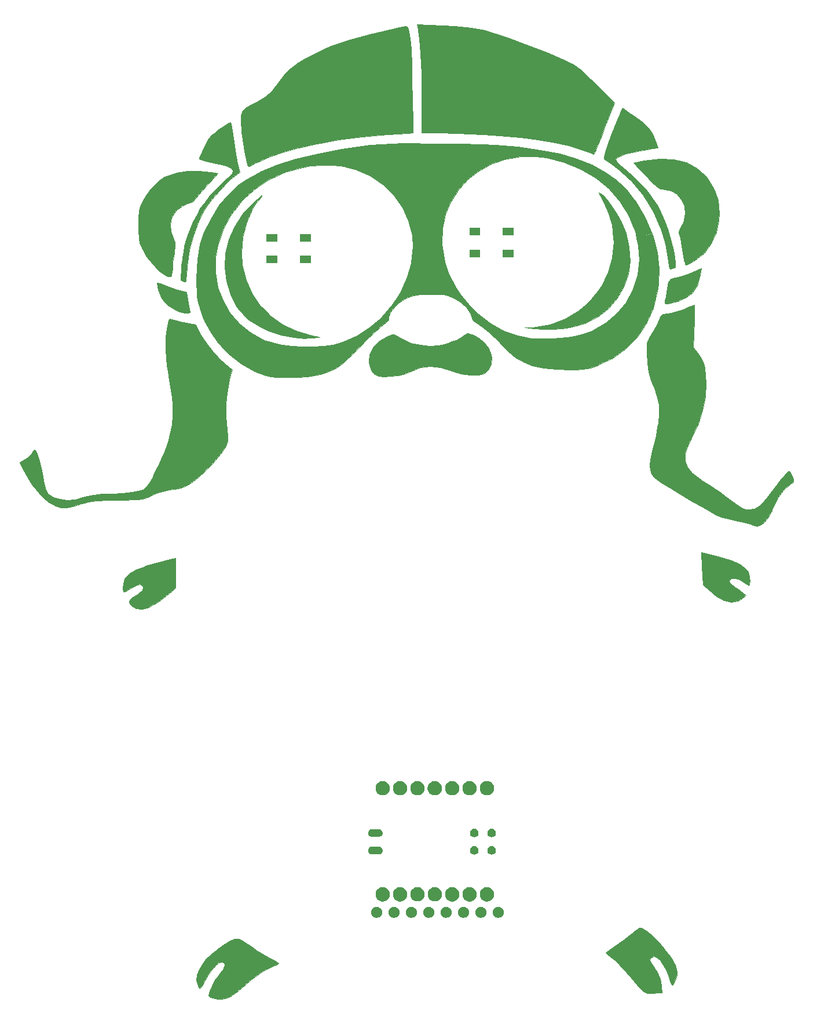
<source format=gbr>
G04 #@! TF.GenerationSoftware,KiCad,Pcbnew,(5.1.2)-1*
G04 #@! TF.CreationDate,2023-11-23T11:34:59+09:00*
G04 #@! TF.ProjectId,gopher_goldpilot_xiao_v2,676f7068-6572-45f6-976f-6c6470696c6f,rev?*
G04 #@! TF.SameCoordinates,Original*
G04 #@! TF.FileFunction,Soldermask,Top*
G04 #@! TF.FilePolarity,Negative*
%FSLAX46Y46*%
G04 Gerber Fmt 4.6, Leading zero omitted, Abs format (unit mm)*
G04 Created by KiCad (PCBNEW (5.1.2)-1) date 2023-11-23 11:34:59*
%MOMM*%
%LPD*%
G04 APERTURE LIST*
%ADD10C,0.100000*%
G04 APERTURE END LIST*
D10*
G36*
X92742600Y-65086520D02*
G01*
X92622600Y-65296520D01*
X92062600Y-66001520D01*
X91372600Y-66981520D01*
X90892600Y-68021520D01*
X90472600Y-68951520D01*
X89912600Y-71121520D01*
X89742600Y-73421520D01*
X89862600Y-75211520D01*
X90412600Y-77401520D01*
X91272600Y-79341520D01*
X91972600Y-80341520D01*
X92482600Y-81101520D01*
X93212600Y-81851520D01*
X93992600Y-82641520D01*
X95792600Y-83951520D01*
X97802600Y-84901520D01*
X100092600Y-85531520D01*
X100502600Y-85601520D01*
X101032600Y-85721520D01*
X101132600Y-85761520D01*
X101172600Y-85771520D01*
X100862600Y-85801520D01*
X100142600Y-85851520D01*
X99502600Y-85901520D01*
X99092600Y-85931520D01*
X97352600Y-85831520D01*
X95532600Y-85461520D01*
X93752600Y-84891520D01*
X92172600Y-84121520D01*
X90692600Y-83161520D01*
X89622600Y-82111520D01*
X89082600Y-81361520D01*
X88112600Y-79551520D01*
X87512600Y-77601520D01*
X87272600Y-75601520D01*
X87392600Y-73551520D01*
X87892600Y-71511520D01*
X88722600Y-69591520D01*
X89902600Y-67791520D01*
X91452600Y-66141520D01*
X92742600Y-65086520D01*
G37*
X92742600Y-65086520D02*
X92622600Y-65296520D01*
X92062600Y-66001520D01*
X91372600Y-66981520D01*
X90892600Y-68021520D01*
X90472600Y-68951520D01*
X89912600Y-71121520D01*
X89742600Y-73421520D01*
X89862600Y-75211520D01*
X90412600Y-77401520D01*
X91272600Y-79341520D01*
X91972600Y-80341520D01*
X92482600Y-81101520D01*
X93212600Y-81851520D01*
X93992600Y-82641520D01*
X95792600Y-83951520D01*
X97802600Y-84901520D01*
X100092600Y-85531520D01*
X100502600Y-85601520D01*
X101032600Y-85721520D01*
X101132600Y-85761520D01*
X101172600Y-85771520D01*
X100862600Y-85801520D01*
X100142600Y-85851520D01*
X99502600Y-85901520D01*
X99092600Y-85931520D01*
X97352600Y-85831520D01*
X95532600Y-85461520D01*
X93752600Y-84891520D01*
X92172600Y-84121520D01*
X90692600Y-83161520D01*
X89622600Y-82111520D01*
X89082600Y-81361520D01*
X88112600Y-79551520D01*
X87512600Y-77601520D01*
X87272600Y-75601520D01*
X87392600Y-73551520D01*
X87892600Y-71511520D01*
X88722600Y-69591520D01*
X89902600Y-67791520D01*
X91452600Y-66141520D01*
X92742600Y-65086520D01*
G36*
X141982600Y-64596520D02*
G01*
X142642600Y-65066520D01*
X143402600Y-65971520D01*
X144222600Y-67121520D01*
X144822600Y-68031520D01*
X145312600Y-68971520D01*
X145952600Y-70531520D01*
X146422600Y-72601520D01*
X146542600Y-74691520D01*
X146282600Y-76601520D01*
X145662600Y-78411520D01*
X144722600Y-80051520D01*
X143452600Y-81531520D01*
X141862600Y-82781520D01*
X139952600Y-83751520D01*
X137782600Y-84361520D01*
X136642600Y-84521520D01*
X135102600Y-84611520D01*
X133922600Y-84630270D01*
X132602600Y-84562770D01*
X131112600Y-84349020D01*
X132352600Y-84316520D01*
X134842600Y-83911520D01*
X137082600Y-83071520D01*
X138932600Y-81981520D01*
X139862600Y-81191520D01*
X140602600Y-80561520D01*
X140982600Y-80151520D01*
X141712600Y-79201520D01*
X142402600Y-78271520D01*
X143382600Y-76331520D01*
X143962600Y-74181520D01*
X144162600Y-71911520D01*
X144142600Y-71321520D01*
X143922600Y-69331520D01*
X143372600Y-67501520D01*
X142562600Y-65851520D01*
X142042600Y-64871520D01*
X141982600Y-64596520D01*
G37*
X141982600Y-64596520D02*
X142642600Y-65066520D01*
X143402600Y-65971520D01*
X144222600Y-67121520D01*
X144822600Y-68031520D01*
X145312600Y-68971520D01*
X145952600Y-70531520D01*
X146422600Y-72601520D01*
X146542600Y-74691520D01*
X146282600Y-76601520D01*
X145662600Y-78411520D01*
X144722600Y-80051520D01*
X143452600Y-81531520D01*
X141862600Y-82781520D01*
X139952600Y-83751520D01*
X137782600Y-84361520D01*
X136642600Y-84521520D01*
X135102600Y-84611520D01*
X133922600Y-84630270D01*
X132602600Y-84562770D01*
X131112600Y-84349020D01*
X132352600Y-84316520D01*
X134842600Y-83911520D01*
X137082600Y-83071520D01*
X138932600Y-81981520D01*
X139862600Y-81191520D01*
X140602600Y-80561520D01*
X140982600Y-80151520D01*
X141712600Y-79201520D01*
X142402600Y-78271520D01*
X143382600Y-76331520D01*
X143962600Y-74181520D01*
X144162600Y-71911520D01*
X144142600Y-71321520D01*
X143922600Y-69331520D01*
X143372600Y-67501520D01*
X142562600Y-65851520D01*
X142042600Y-64871520D01*
X141982600Y-64596520D01*
G36*
X147552600Y-71311520D02*
G01*
X148592600Y-70991520D01*
X149782600Y-70711520D01*
X149882600Y-70791520D01*
X150032600Y-71371520D01*
X150322600Y-72421520D01*
X150552600Y-73311520D01*
X150742600Y-74981520D01*
X150822600Y-75701520D01*
X150722600Y-77981520D01*
X150562600Y-79031520D01*
X149912600Y-81521520D01*
X148912600Y-83791520D01*
X147622600Y-85731520D01*
X146582600Y-86821520D01*
X145922600Y-87461520D01*
X144002600Y-88821520D01*
X142322600Y-89641520D01*
X141732600Y-89941520D01*
X140822600Y-90261520D01*
X140212600Y-90401520D01*
X139542600Y-90471520D01*
X138702600Y-90501520D01*
X137912600Y-90501520D01*
X135782600Y-90471520D01*
X133922600Y-90311520D01*
X132272600Y-89951520D01*
X131022600Y-89441520D01*
X129792600Y-88731520D01*
X128612600Y-87751520D01*
X127052600Y-86161520D01*
X125912600Y-85051520D01*
X125042600Y-84321520D01*
X124442600Y-83911520D01*
X123972600Y-83631520D01*
X123512600Y-83231520D01*
X123162600Y-82241520D01*
X122732600Y-81621520D01*
X122582600Y-81391520D01*
X122982600Y-81081520D01*
X123052600Y-81071520D01*
X123292600Y-81301520D01*
X123702600Y-81731520D01*
X124282600Y-82321520D01*
X125042600Y-82891520D01*
X126122600Y-83721520D01*
X128092600Y-84821520D01*
X130172600Y-85501520D01*
X132142600Y-85971520D01*
X132812600Y-86001520D01*
X133962600Y-86001520D01*
X135302600Y-85961520D01*
X136242600Y-85921520D01*
X137402600Y-85821520D01*
X138452600Y-85661520D01*
X139412600Y-85401520D01*
X140952600Y-84831520D01*
X143042600Y-83671520D01*
X144652600Y-82351520D01*
X145992600Y-80711520D01*
X146982600Y-78781520D01*
X147642600Y-76661520D01*
X147882600Y-74481520D01*
X147782600Y-72401520D01*
X147512600Y-71321520D01*
X147552600Y-71311520D01*
G37*
X147552600Y-71311520D02*
X148592600Y-70991520D01*
X149782600Y-70711520D01*
X149882600Y-70791520D01*
X150032600Y-71371520D01*
X150322600Y-72421520D01*
X150552600Y-73311520D01*
X150742600Y-74981520D01*
X150822600Y-75701520D01*
X150722600Y-77981520D01*
X150562600Y-79031520D01*
X149912600Y-81521520D01*
X148912600Y-83791520D01*
X147622600Y-85731520D01*
X146582600Y-86821520D01*
X145922600Y-87461520D01*
X144002600Y-88821520D01*
X142322600Y-89641520D01*
X141732600Y-89941520D01*
X140822600Y-90261520D01*
X140212600Y-90401520D01*
X139542600Y-90471520D01*
X138702600Y-90501520D01*
X137912600Y-90501520D01*
X135782600Y-90471520D01*
X133922600Y-90311520D01*
X132272600Y-89951520D01*
X131022600Y-89441520D01*
X129792600Y-88731520D01*
X128612600Y-87751520D01*
X127052600Y-86161520D01*
X125912600Y-85051520D01*
X125042600Y-84321520D01*
X124442600Y-83911520D01*
X123972600Y-83631520D01*
X123512600Y-83231520D01*
X123162600Y-82241520D01*
X122732600Y-81621520D01*
X122582600Y-81391520D01*
X122982600Y-81081520D01*
X123052600Y-81071520D01*
X123292600Y-81301520D01*
X123702600Y-81731520D01*
X124282600Y-82321520D01*
X125042600Y-82891520D01*
X126122600Y-83721520D01*
X128092600Y-84821520D01*
X130172600Y-85501520D01*
X132142600Y-85971520D01*
X132812600Y-86001520D01*
X133962600Y-86001520D01*
X135302600Y-85961520D01*
X136242600Y-85921520D01*
X137402600Y-85821520D01*
X138452600Y-85661520D01*
X139412600Y-85401520D01*
X140952600Y-84831520D01*
X143042600Y-83671520D01*
X144652600Y-82351520D01*
X145992600Y-80711520D01*
X146982600Y-78781520D01*
X147642600Y-76661520D01*
X147882600Y-74481520D01*
X147782600Y-72401520D01*
X147512600Y-71321520D01*
X147552600Y-71311520D01*
G36*
X104447600Y-58276520D02*
G01*
X106162600Y-58051520D01*
X108622600Y-57656520D01*
X113382600Y-57446520D01*
X118362600Y-57521520D01*
X121542600Y-57521520D01*
X124952600Y-57611520D01*
X126812600Y-57681520D01*
X130102600Y-57971520D01*
X133402600Y-58411520D01*
X136272600Y-58991520D01*
X138772600Y-59701520D01*
X140992600Y-60571520D01*
X142952600Y-61631520D01*
X144602600Y-62821520D01*
X146072600Y-64231520D01*
X147082600Y-65521520D01*
X147322600Y-65821520D01*
X148792600Y-68291520D01*
X149812600Y-70681520D01*
X147512600Y-71241520D01*
X147292600Y-70311520D01*
X146902600Y-69351520D01*
X146452600Y-68241520D01*
X146202600Y-67761520D01*
X145712600Y-66981520D01*
X145072600Y-65931520D01*
X143952600Y-64651520D01*
X143402600Y-64061520D01*
X141542600Y-62521520D01*
X139352600Y-61221520D01*
X136882600Y-60201520D01*
X134342600Y-59581520D01*
X132762600Y-59381520D01*
X130522600Y-59391520D01*
X128172600Y-59801520D01*
X126202600Y-60491520D01*
X124302600Y-61541520D01*
X122792600Y-62741520D01*
X121462600Y-64241520D01*
X120292600Y-66056520D01*
X119557600Y-67864020D01*
X119132600Y-69841520D01*
X119027600Y-72124020D01*
X119477600Y-74779020D01*
X114652600Y-75161520D01*
X114592600Y-74851520D01*
X114812600Y-72571520D01*
X114682600Y-70851520D01*
X114152600Y-68751520D01*
X113282600Y-66801520D01*
X112052600Y-65051520D01*
X110472600Y-63501520D01*
X108542600Y-62171520D01*
X106372600Y-61211520D01*
X104977600Y-60866520D01*
X104447600Y-58276520D01*
G37*
X104447600Y-58276520D02*
X106162600Y-58051520D01*
X108622600Y-57656520D01*
X113382600Y-57446520D01*
X118362600Y-57521520D01*
X121542600Y-57521520D01*
X124952600Y-57611520D01*
X126812600Y-57681520D01*
X130102600Y-57971520D01*
X133402600Y-58411520D01*
X136272600Y-58991520D01*
X138772600Y-59701520D01*
X140992600Y-60571520D01*
X142952600Y-61631520D01*
X144602600Y-62821520D01*
X146072600Y-64231520D01*
X147082600Y-65521520D01*
X147322600Y-65821520D01*
X148792600Y-68291520D01*
X149812600Y-70681520D01*
X147512600Y-71241520D01*
X147292600Y-70311520D01*
X146902600Y-69351520D01*
X146452600Y-68241520D01*
X146202600Y-67761520D01*
X145712600Y-66981520D01*
X145072600Y-65931520D01*
X143952600Y-64651520D01*
X143402600Y-64061520D01*
X141542600Y-62521520D01*
X139352600Y-61221520D01*
X136882600Y-60201520D01*
X134342600Y-59581520D01*
X132762600Y-59381520D01*
X130522600Y-59391520D01*
X128172600Y-59801520D01*
X126202600Y-60491520D01*
X124302600Y-61541520D01*
X122792600Y-62741520D01*
X121462600Y-64241520D01*
X120292600Y-66056520D01*
X119557600Y-67864020D01*
X119132600Y-69841520D01*
X119027600Y-72124020D01*
X119477600Y-74779020D01*
X114652600Y-75161520D01*
X114592600Y-74851520D01*
X114812600Y-72571520D01*
X114682600Y-70851520D01*
X114152600Y-68751520D01*
X113282600Y-66801520D01*
X112052600Y-65051520D01*
X110472600Y-63501520D01*
X108542600Y-62171520D01*
X106372600Y-61211520D01*
X104977600Y-60866520D01*
X104447600Y-58276520D01*
G36*
X84042600Y-82851520D02*
G01*
X83372600Y-80731520D01*
X83232600Y-79861520D01*
X83167600Y-77196520D01*
X83317600Y-74386520D01*
X83662600Y-72281520D01*
X84242600Y-70491520D01*
X85222600Y-68501520D01*
X86442600Y-66521520D01*
X87782600Y-64931520D01*
X88722600Y-64051520D01*
X89192600Y-63611520D01*
X90452600Y-62751520D01*
X92262600Y-61761520D01*
X92572600Y-61581520D01*
X94972600Y-60601520D01*
X97692600Y-59721520D01*
X100682600Y-59001520D01*
X104412600Y-58291520D01*
X105022600Y-60901520D01*
X104782600Y-60831520D01*
X103172600Y-60681520D01*
X101512600Y-60651520D01*
X99822600Y-60771520D01*
X98302600Y-61041520D01*
X96102600Y-61701520D01*
X94522600Y-62441520D01*
X93732600Y-62801520D01*
X92222600Y-63781520D01*
X91622600Y-64181520D01*
X90272600Y-65421520D01*
X89752600Y-65881520D01*
X88962600Y-66911520D01*
X88252600Y-67811520D01*
X87142600Y-69841520D01*
X86592600Y-71391520D01*
X86282600Y-72321520D01*
X85962600Y-74101520D01*
X85932600Y-76331520D01*
X86312600Y-78481520D01*
X87012600Y-80411520D01*
X88082600Y-82211520D01*
X88832600Y-83121520D01*
X89482600Y-83831520D01*
X91122600Y-85151520D01*
X93062600Y-86181520D01*
X95212600Y-86831520D01*
X95682600Y-86921520D01*
X97102600Y-87071520D01*
X98592600Y-87151520D01*
X100272600Y-87141520D01*
X101752600Y-87041520D01*
X103112600Y-86861520D01*
X104542600Y-86451520D01*
X106682600Y-85501520D01*
X108492600Y-84341520D01*
X109772600Y-83251520D01*
X110312600Y-82771520D01*
X111772600Y-81061520D01*
X112682600Y-79701520D01*
X113072600Y-79071520D01*
X113992600Y-77021520D01*
X114572600Y-74951520D01*
X119472600Y-74821520D01*
X120092600Y-76601520D01*
X121232600Y-78741520D01*
X121872600Y-79591520D01*
X122662600Y-80651520D01*
X123012600Y-81021520D01*
X122562600Y-81381520D01*
X121762600Y-80631520D01*
X120762600Y-80041520D01*
X119892600Y-79691520D01*
X119262600Y-79571520D01*
X118422600Y-79521520D01*
X117002600Y-79491520D01*
X115862600Y-79541520D01*
X115282600Y-79581520D01*
X114542600Y-79761520D01*
X113882600Y-80041520D01*
X113512600Y-80231520D01*
X112702600Y-80781520D01*
X112082600Y-81371520D01*
X111512600Y-82171520D01*
X111282600Y-82811520D01*
X111212600Y-83241520D01*
X110932600Y-83621520D01*
X110182600Y-84181520D01*
X109182600Y-85071520D01*
X108122600Y-86081520D01*
X106512600Y-87721520D01*
X106097600Y-88146520D01*
X105167600Y-89036520D01*
X104527600Y-89616520D01*
X103457600Y-90326520D01*
X102242600Y-90841520D01*
X101232600Y-91211520D01*
X100292600Y-91391520D01*
X99342600Y-91521520D01*
X97942600Y-91601520D01*
X96522600Y-91661520D01*
X94822600Y-91611520D01*
X94052600Y-91541520D01*
X93282600Y-91401520D01*
X91722600Y-90801520D01*
X89737600Y-89691520D01*
X87847600Y-88211520D01*
X86392600Y-86621520D01*
X85342600Y-85201520D01*
X85052600Y-84781520D01*
X84342600Y-83431520D01*
X84042600Y-82851520D01*
G37*
X84042600Y-82851520D02*
X83372600Y-80731520D01*
X83232600Y-79861520D01*
X83167600Y-77196520D01*
X83317600Y-74386520D01*
X83662600Y-72281520D01*
X84242600Y-70491520D01*
X85222600Y-68501520D01*
X86442600Y-66521520D01*
X87782600Y-64931520D01*
X88722600Y-64051520D01*
X89192600Y-63611520D01*
X90452600Y-62751520D01*
X92262600Y-61761520D01*
X92572600Y-61581520D01*
X94972600Y-60601520D01*
X97692600Y-59721520D01*
X100682600Y-59001520D01*
X104412600Y-58291520D01*
X105022600Y-60901520D01*
X104782600Y-60831520D01*
X103172600Y-60681520D01*
X101512600Y-60651520D01*
X99822600Y-60771520D01*
X98302600Y-61041520D01*
X96102600Y-61701520D01*
X94522600Y-62441520D01*
X93732600Y-62801520D01*
X92222600Y-63781520D01*
X91622600Y-64181520D01*
X90272600Y-65421520D01*
X89752600Y-65881520D01*
X88962600Y-66911520D01*
X88252600Y-67811520D01*
X87142600Y-69841520D01*
X86592600Y-71391520D01*
X86282600Y-72321520D01*
X85962600Y-74101520D01*
X85932600Y-76331520D01*
X86312600Y-78481520D01*
X87012600Y-80411520D01*
X88082600Y-82211520D01*
X88832600Y-83121520D01*
X89482600Y-83831520D01*
X91122600Y-85151520D01*
X93062600Y-86181520D01*
X95212600Y-86831520D01*
X95682600Y-86921520D01*
X97102600Y-87071520D01*
X98592600Y-87151520D01*
X100272600Y-87141520D01*
X101752600Y-87041520D01*
X103112600Y-86861520D01*
X104542600Y-86451520D01*
X106682600Y-85501520D01*
X108492600Y-84341520D01*
X109772600Y-83251520D01*
X110312600Y-82771520D01*
X111772600Y-81061520D01*
X112682600Y-79701520D01*
X113072600Y-79071520D01*
X113992600Y-77021520D01*
X114572600Y-74951520D01*
X119472600Y-74821520D01*
X120092600Y-76601520D01*
X121232600Y-78741520D01*
X121872600Y-79591520D01*
X122662600Y-80651520D01*
X123012600Y-81021520D01*
X122562600Y-81381520D01*
X121762600Y-80631520D01*
X120762600Y-80041520D01*
X119892600Y-79691520D01*
X119262600Y-79571520D01*
X118422600Y-79521520D01*
X117002600Y-79491520D01*
X115862600Y-79541520D01*
X115282600Y-79581520D01*
X114542600Y-79761520D01*
X113882600Y-80041520D01*
X113512600Y-80231520D01*
X112702600Y-80781520D01*
X112082600Y-81371520D01*
X111512600Y-82171520D01*
X111282600Y-82811520D01*
X111212600Y-83241520D01*
X110932600Y-83621520D01*
X110182600Y-84181520D01*
X109182600Y-85071520D01*
X108122600Y-86081520D01*
X106512600Y-87721520D01*
X106097600Y-88146520D01*
X105167600Y-89036520D01*
X104527600Y-89616520D01*
X103457600Y-90326520D01*
X102242600Y-90841520D01*
X101232600Y-91211520D01*
X100292600Y-91391520D01*
X99342600Y-91521520D01*
X97942600Y-91601520D01*
X96522600Y-91661520D01*
X94822600Y-91611520D01*
X94052600Y-91541520D01*
X93282600Y-91401520D01*
X91722600Y-90801520D01*
X89737600Y-89691520D01*
X87847600Y-88211520D01*
X86392600Y-86621520D01*
X85342600Y-85201520D01*
X85052600Y-84781520D01*
X84342600Y-83431520D01*
X84042600Y-82851520D01*
G36*
X149152600Y-86261520D02*
G01*
X149412600Y-85711520D01*
X149992600Y-84771520D01*
X150502600Y-83841520D01*
X150692600Y-83401520D01*
X151072600Y-82661520D01*
X151352600Y-82391520D01*
X152572600Y-82231520D01*
X154322600Y-81751520D01*
X155062600Y-81411520D01*
X155662600Y-81131520D01*
X155962600Y-81021520D01*
X155972600Y-81831520D01*
X155952600Y-83131520D01*
X155862600Y-85481520D01*
X155772600Y-87271520D01*
X156592600Y-88321520D01*
X157092600Y-89041520D01*
X157312600Y-89581520D01*
X157472600Y-90291520D01*
X157632600Y-92471520D01*
X157542600Y-94501520D01*
X157152600Y-96451520D01*
X156512600Y-98381520D01*
X155442600Y-100661520D01*
X154972600Y-101761520D01*
X154642600Y-102851520D01*
X154612600Y-103831520D01*
X154922600Y-104741520D01*
X155602600Y-105581520D01*
X156622600Y-106401520D01*
X157072600Y-106671520D01*
X158322600Y-107471520D01*
X158932600Y-107901520D01*
X159562600Y-108321520D01*
X160472600Y-108971520D01*
X162002600Y-110121520D01*
X162982600Y-110731520D01*
X163522600Y-110941520D01*
X163792600Y-110961520D01*
X164752600Y-110821520D01*
X165702600Y-110231520D01*
X166192600Y-109701520D01*
X166632600Y-109201520D01*
X166892600Y-108841520D01*
X167472600Y-108061520D01*
X168042600Y-107331520D01*
X168512600Y-106741520D01*
X168942600Y-106221520D01*
X169152600Y-105961520D01*
X169452600Y-105631520D01*
X169532600Y-105551520D01*
X169792600Y-105341520D01*
X169922600Y-105421520D01*
X170122600Y-105761520D01*
X170332600Y-106241520D01*
X170452600Y-106701520D01*
X170432600Y-106921520D01*
X170022600Y-107231520D01*
X169642600Y-107531520D01*
X169182600Y-107881520D01*
X168142600Y-109231520D01*
X167972600Y-109581520D01*
X167582600Y-110401520D01*
X167342600Y-110971520D01*
X167272600Y-111141520D01*
X166802600Y-112071520D01*
X166232600Y-112781520D01*
X165622600Y-113221520D01*
X165062600Y-113371520D01*
X164482600Y-113201520D01*
X164352600Y-113131520D01*
X163872600Y-112991520D01*
X162692600Y-112721520D01*
X161862600Y-112561520D01*
X160922600Y-112331520D01*
X160112600Y-112091520D01*
X159212600Y-111751520D01*
X157472600Y-110811520D01*
X155462600Y-109661520D01*
X152542600Y-107881520D01*
X151142600Y-107011520D01*
X150142600Y-106271520D01*
X149722600Y-105761520D01*
X149522600Y-105211520D01*
X149452600Y-104561520D01*
X149542600Y-103691520D01*
X149782600Y-102511520D01*
X150172600Y-100841520D01*
X150332600Y-100151520D01*
X150572600Y-98931520D01*
X150672600Y-98411520D01*
X150832600Y-96981520D01*
X150782600Y-95721520D01*
X150562600Y-94561520D01*
X150082600Y-93281520D01*
X149752600Y-92441520D01*
X149592600Y-92051520D01*
X149252600Y-90851520D01*
X149062600Y-89541520D01*
X149012600Y-88001520D01*
X149042600Y-86791520D01*
X149132600Y-86321520D01*
X149152600Y-86261520D01*
G37*
X149152600Y-86261520D02*
X149412600Y-85711520D01*
X149992600Y-84771520D01*
X150502600Y-83841520D01*
X150692600Y-83401520D01*
X151072600Y-82661520D01*
X151352600Y-82391520D01*
X152572600Y-82231520D01*
X154322600Y-81751520D01*
X155062600Y-81411520D01*
X155662600Y-81131520D01*
X155962600Y-81021520D01*
X155972600Y-81831520D01*
X155952600Y-83131520D01*
X155862600Y-85481520D01*
X155772600Y-87271520D01*
X156592600Y-88321520D01*
X157092600Y-89041520D01*
X157312600Y-89581520D01*
X157472600Y-90291520D01*
X157632600Y-92471520D01*
X157542600Y-94501520D01*
X157152600Y-96451520D01*
X156512600Y-98381520D01*
X155442600Y-100661520D01*
X154972600Y-101761520D01*
X154642600Y-102851520D01*
X154612600Y-103831520D01*
X154922600Y-104741520D01*
X155602600Y-105581520D01*
X156622600Y-106401520D01*
X157072600Y-106671520D01*
X158322600Y-107471520D01*
X158932600Y-107901520D01*
X159562600Y-108321520D01*
X160472600Y-108971520D01*
X162002600Y-110121520D01*
X162982600Y-110731520D01*
X163522600Y-110941520D01*
X163792600Y-110961520D01*
X164752600Y-110821520D01*
X165702600Y-110231520D01*
X166192600Y-109701520D01*
X166632600Y-109201520D01*
X166892600Y-108841520D01*
X167472600Y-108061520D01*
X168042600Y-107331520D01*
X168512600Y-106741520D01*
X168942600Y-106221520D01*
X169152600Y-105961520D01*
X169452600Y-105631520D01*
X169532600Y-105551520D01*
X169792600Y-105341520D01*
X169922600Y-105421520D01*
X170122600Y-105761520D01*
X170332600Y-106241520D01*
X170452600Y-106701520D01*
X170432600Y-106921520D01*
X170022600Y-107231520D01*
X169642600Y-107531520D01*
X169182600Y-107881520D01*
X168142600Y-109231520D01*
X167972600Y-109581520D01*
X167582600Y-110401520D01*
X167342600Y-110971520D01*
X167272600Y-111141520D01*
X166802600Y-112071520D01*
X166232600Y-112781520D01*
X165622600Y-113221520D01*
X165062600Y-113371520D01*
X164482600Y-113201520D01*
X164352600Y-113131520D01*
X163872600Y-112991520D01*
X162692600Y-112721520D01*
X161862600Y-112561520D01*
X160922600Y-112331520D01*
X160112600Y-112091520D01*
X159212600Y-111751520D01*
X157472600Y-110811520D01*
X155462600Y-109661520D01*
X152542600Y-107881520D01*
X151142600Y-107011520D01*
X150142600Y-106271520D01*
X149722600Y-105761520D01*
X149522600Y-105211520D01*
X149452600Y-104561520D01*
X149542600Y-103691520D01*
X149782600Y-102511520D01*
X150172600Y-100841520D01*
X150332600Y-100151520D01*
X150572600Y-98931520D01*
X150672600Y-98411520D01*
X150832600Y-96981520D01*
X150782600Y-95721520D01*
X150562600Y-94561520D01*
X150082600Y-93281520D01*
X149752600Y-92441520D01*
X149592600Y-92051520D01*
X149252600Y-90851520D01*
X149062600Y-89541520D01*
X149012600Y-88001520D01*
X149042600Y-86791520D01*
X149132600Y-86321520D01*
X149152600Y-86261520D01*
G36*
X79222600Y-83111520D02*
G01*
X79462600Y-83131520D01*
X79932600Y-83271520D01*
X80782600Y-83481520D01*
X83032600Y-83931520D01*
X83412600Y-84721520D01*
X83932600Y-85661520D01*
X84742600Y-86841520D01*
X85622600Y-87941520D01*
X86592600Y-89031520D01*
X87482600Y-89811520D01*
X88402600Y-90541520D01*
X88162600Y-91301520D01*
X87852600Y-92361520D01*
X87592600Y-93881520D01*
X87452600Y-95561520D01*
X87452600Y-97391520D01*
X87592600Y-99271520D01*
X87652600Y-99571520D01*
X87692600Y-99961520D01*
X87722600Y-100531520D01*
X87682600Y-101011520D01*
X87532600Y-101441520D01*
X87252600Y-101991520D01*
X86962600Y-102451520D01*
X86282600Y-103361520D01*
X85392600Y-104341520D01*
X84842600Y-104921520D01*
X83442600Y-106211520D01*
X82702600Y-106831520D01*
X81882600Y-107401520D01*
X81322600Y-107671520D01*
X80562600Y-107851520D01*
X79122600Y-108101520D01*
X78822600Y-108171520D01*
X77832600Y-108431520D01*
X77512600Y-108521520D01*
X76502600Y-108911520D01*
X76042600Y-109151520D01*
X75612600Y-109311520D01*
X75142600Y-109431520D01*
X74572600Y-109501520D01*
X73752600Y-109541520D01*
X72882600Y-109561520D01*
X71622600Y-109571520D01*
X70112600Y-109591520D01*
X68692600Y-109641520D01*
X67822600Y-109731520D01*
X67282600Y-109841520D01*
X66812600Y-109971520D01*
X66302600Y-110131520D01*
X65612600Y-110371520D01*
X64712600Y-110621520D01*
X64002600Y-110721520D01*
X63342600Y-110661520D01*
X62602600Y-110431520D01*
X61502600Y-109861520D01*
X60422600Y-108941520D01*
X59522600Y-107841520D01*
X59282600Y-107551520D01*
X58692600Y-106651520D01*
X57902600Y-105301520D01*
X57452600Y-104421520D01*
X57322600Y-104051520D01*
X57552600Y-103881520D01*
X58152600Y-103601520D01*
X58702600Y-103201520D01*
X59062600Y-102741520D01*
X59272600Y-102371520D01*
X59432600Y-102211520D01*
X59582600Y-102311520D01*
X59832600Y-102781520D01*
X60112600Y-103551520D01*
X60352600Y-104501520D01*
X60582600Y-105701520D01*
X60872600Y-107131520D01*
X60962600Y-107481520D01*
X61032600Y-107801520D01*
X61182600Y-108251520D01*
X61472600Y-108661520D01*
X62192600Y-109151520D01*
X63172600Y-109451520D01*
X64242600Y-109561520D01*
X65422600Y-109471520D01*
X66512600Y-109161520D01*
X67222600Y-108961520D01*
X68142600Y-108821520D01*
X69402600Y-108691520D01*
X70902600Y-108621520D01*
X72392600Y-108541520D01*
X73742600Y-108441520D01*
X74702600Y-108271520D01*
X75332600Y-108021520D01*
X75842600Y-107641520D01*
X76272600Y-107081520D01*
X76672600Y-106371520D01*
X76982600Y-105731520D01*
X77332600Y-105031520D01*
X77622600Y-104411520D01*
X78072600Y-103441520D01*
X78452600Y-102521520D01*
X78672600Y-102031520D01*
X78892600Y-101371520D01*
X79092600Y-100801520D01*
X79372600Y-99711520D01*
X79552600Y-98551520D01*
X79642600Y-97311520D01*
X79662600Y-96071520D01*
X79652600Y-95571520D01*
X79582600Y-94531520D01*
X79452600Y-93531520D01*
X79202600Y-92031520D01*
X79002600Y-90771520D01*
X78862600Y-89941520D01*
X78672600Y-87681520D01*
X78672600Y-85701520D01*
X78892600Y-84071520D01*
X79092600Y-83361520D01*
X79222600Y-83111520D01*
G37*
X79222600Y-83111520D02*
X79462600Y-83131520D01*
X79932600Y-83271520D01*
X80782600Y-83481520D01*
X83032600Y-83931520D01*
X83412600Y-84721520D01*
X83932600Y-85661520D01*
X84742600Y-86841520D01*
X85622600Y-87941520D01*
X86592600Y-89031520D01*
X87482600Y-89811520D01*
X88402600Y-90541520D01*
X88162600Y-91301520D01*
X87852600Y-92361520D01*
X87592600Y-93881520D01*
X87452600Y-95561520D01*
X87452600Y-97391520D01*
X87592600Y-99271520D01*
X87652600Y-99571520D01*
X87692600Y-99961520D01*
X87722600Y-100531520D01*
X87682600Y-101011520D01*
X87532600Y-101441520D01*
X87252600Y-101991520D01*
X86962600Y-102451520D01*
X86282600Y-103361520D01*
X85392600Y-104341520D01*
X84842600Y-104921520D01*
X83442600Y-106211520D01*
X82702600Y-106831520D01*
X81882600Y-107401520D01*
X81322600Y-107671520D01*
X80562600Y-107851520D01*
X79122600Y-108101520D01*
X78822600Y-108171520D01*
X77832600Y-108431520D01*
X77512600Y-108521520D01*
X76502600Y-108911520D01*
X76042600Y-109151520D01*
X75612600Y-109311520D01*
X75142600Y-109431520D01*
X74572600Y-109501520D01*
X73752600Y-109541520D01*
X72882600Y-109561520D01*
X71622600Y-109571520D01*
X70112600Y-109591520D01*
X68692600Y-109641520D01*
X67822600Y-109731520D01*
X67282600Y-109841520D01*
X66812600Y-109971520D01*
X66302600Y-110131520D01*
X65612600Y-110371520D01*
X64712600Y-110621520D01*
X64002600Y-110721520D01*
X63342600Y-110661520D01*
X62602600Y-110431520D01*
X61502600Y-109861520D01*
X60422600Y-108941520D01*
X59522600Y-107841520D01*
X59282600Y-107551520D01*
X58692600Y-106651520D01*
X57902600Y-105301520D01*
X57452600Y-104421520D01*
X57322600Y-104051520D01*
X57552600Y-103881520D01*
X58152600Y-103601520D01*
X58702600Y-103201520D01*
X59062600Y-102741520D01*
X59272600Y-102371520D01*
X59432600Y-102211520D01*
X59582600Y-102311520D01*
X59832600Y-102781520D01*
X60112600Y-103551520D01*
X60352600Y-104501520D01*
X60582600Y-105701520D01*
X60872600Y-107131520D01*
X60962600Y-107481520D01*
X61032600Y-107801520D01*
X61182600Y-108251520D01*
X61472600Y-108661520D01*
X62192600Y-109151520D01*
X63172600Y-109451520D01*
X64242600Y-109561520D01*
X65422600Y-109471520D01*
X66512600Y-109161520D01*
X67222600Y-108961520D01*
X68142600Y-108821520D01*
X69402600Y-108691520D01*
X70902600Y-108621520D01*
X72392600Y-108541520D01*
X73742600Y-108441520D01*
X74702600Y-108271520D01*
X75332600Y-108021520D01*
X75842600Y-107641520D01*
X76272600Y-107081520D01*
X76672600Y-106371520D01*
X76982600Y-105731520D01*
X77332600Y-105031520D01*
X77622600Y-104411520D01*
X78072600Y-103441520D01*
X78452600Y-102521520D01*
X78672600Y-102031520D01*
X78892600Y-101371520D01*
X79092600Y-100801520D01*
X79372600Y-99711520D01*
X79552600Y-98551520D01*
X79642600Y-97311520D01*
X79662600Y-96071520D01*
X79652600Y-95571520D01*
X79582600Y-94531520D01*
X79452600Y-93531520D01*
X79202600Y-92031520D01*
X79002600Y-90771520D01*
X78862600Y-89941520D01*
X78672600Y-87681520D01*
X78672600Y-85701520D01*
X78892600Y-84071520D01*
X79092600Y-83361520D01*
X79222600Y-83111520D01*
G36*
X152832600Y-77141520D02*
G01*
X153942600Y-76881520D01*
X154752600Y-76611520D01*
X154922600Y-76561520D01*
X155192600Y-76451520D01*
X155582600Y-76301520D01*
X155762600Y-76231520D01*
X156172600Y-76051520D01*
X156552600Y-75881520D01*
X156962600Y-75701520D01*
X156812600Y-76651520D01*
X156752600Y-76961520D01*
X156362600Y-78261520D01*
X155722600Y-79241520D01*
X154802600Y-79961520D01*
X153482600Y-80521520D01*
X152712600Y-80751520D01*
X152102600Y-80901520D01*
X151752600Y-80901520D01*
X151642600Y-80781520D01*
X151672600Y-80461520D01*
X151782600Y-79931520D01*
X151902600Y-79191520D01*
X151962600Y-78791520D01*
X152072600Y-78081520D01*
X152222600Y-77581520D01*
X152452600Y-77291520D01*
X152442600Y-77291520D01*
X152832600Y-77141520D01*
G37*
X152832600Y-77141520D02*
X153942600Y-76881520D01*
X154752600Y-76611520D01*
X154922600Y-76561520D01*
X155192600Y-76451520D01*
X155582600Y-76301520D01*
X155762600Y-76231520D01*
X156172600Y-76051520D01*
X156552600Y-75881520D01*
X156962600Y-75701520D01*
X156812600Y-76651520D01*
X156752600Y-76961520D01*
X156362600Y-78261520D01*
X155722600Y-79241520D01*
X154802600Y-79961520D01*
X153482600Y-80521520D01*
X152712600Y-80751520D01*
X152102600Y-80901520D01*
X151752600Y-80901520D01*
X151642600Y-80781520D01*
X151672600Y-80461520D01*
X151782600Y-79931520D01*
X151902600Y-79191520D01*
X151962600Y-78791520D01*
X152072600Y-78081520D01*
X152222600Y-77581520D01*
X152452600Y-77291520D01*
X152442600Y-77291520D01*
X152832600Y-77141520D01*
G36*
X77352600Y-77831520D02*
G01*
X77872600Y-77951520D01*
X79132600Y-78411520D01*
X80372600Y-78821520D01*
X81672600Y-79151520D01*
X81972600Y-80781520D01*
X82202600Y-82071520D01*
X82222600Y-82131520D01*
X82182600Y-82191520D01*
X81942600Y-82261520D01*
X81412600Y-82211520D01*
X80712600Y-82031520D01*
X79972600Y-81731520D01*
X79012600Y-81111520D01*
X78102600Y-80081520D01*
X77572600Y-78851520D01*
X77352600Y-77831520D01*
G37*
X77352600Y-77831520D02*
X77872600Y-77951520D01*
X79132600Y-78411520D01*
X80372600Y-78821520D01*
X81672600Y-79151520D01*
X81972600Y-80781520D01*
X82202600Y-82071520D01*
X82222600Y-82131520D01*
X82182600Y-82191520D01*
X81942600Y-82261520D01*
X81412600Y-82211520D01*
X80712600Y-82031520D01*
X79972600Y-81731520D01*
X79012600Y-81111520D01*
X78102600Y-80081520D01*
X77572600Y-78851520D01*
X77352600Y-77831520D01*
G36*
X88177600Y-54361520D02*
G01*
X88330100Y-55051520D01*
X88632600Y-57291520D01*
X88912600Y-59061520D01*
X89162600Y-60381520D01*
X89472600Y-61671520D01*
X88822600Y-62131520D01*
X88162600Y-62671520D01*
X87482600Y-63331520D01*
X87272600Y-63531520D01*
X86912600Y-63931520D01*
X86502600Y-64371520D01*
X85772600Y-65231520D01*
X85382600Y-65701520D01*
X84852600Y-66391520D01*
X84132600Y-67441520D01*
X83372600Y-69011520D01*
X82942600Y-70211520D01*
X82682600Y-70861520D01*
X82232600Y-72651520D01*
X82122600Y-73121520D01*
X82082600Y-73471520D01*
X81872600Y-74811520D01*
X81792600Y-75391520D01*
X81662600Y-76801520D01*
X81652600Y-76951520D01*
X81592600Y-77571520D01*
X81412600Y-77641520D01*
X81112600Y-77591520D01*
X80882600Y-77431520D01*
X80862600Y-77371520D01*
X80852600Y-76901520D01*
X80902600Y-76061520D01*
X80982600Y-75241520D01*
X81082600Y-74421520D01*
X81122600Y-74141520D01*
X81242600Y-73331520D01*
X81402600Y-72491520D01*
X81552600Y-71921520D01*
X81972600Y-70681520D01*
X82432600Y-69381520D01*
X82652600Y-68961520D01*
X82912600Y-68481520D01*
X83382600Y-67591520D01*
X83682600Y-67021520D01*
X84412600Y-66041520D01*
X85252600Y-64911520D01*
X86412600Y-63761520D01*
X87152600Y-63031520D01*
X87732600Y-62511520D01*
X88352600Y-61831520D01*
X88512600Y-61511520D01*
X88502600Y-61451520D01*
X88222600Y-61111520D01*
X87522600Y-60771520D01*
X86472600Y-60461520D01*
X84842600Y-60111520D01*
X84272600Y-60001520D01*
X83742600Y-59831520D01*
X83572600Y-59731520D01*
X83602600Y-59541520D01*
X83782600Y-59041520D01*
X84122600Y-58271520D01*
X84842600Y-56921520D01*
X85142600Y-56491520D01*
X85292600Y-56321520D01*
X85752600Y-55951520D01*
X86442600Y-55441520D01*
X87132600Y-54961520D01*
X87892600Y-54491520D01*
X88177600Y-54361520D01*
G37*
X88177600Y-54361520D02*
X88330100Y-55051520D01*
X88632600Y-57291520D01*
X88912600Y-59061520D01*
X89162600Y-60381520D01*
X89472600Y-61671520D01*
X88822600Y-62131520D01*
X88162600Y-62671520D01*
X87482600Y-63331520D01*
X87272600Y-63531520D01*
X86912600Y-63931520D01*
X86502600Y-64371520D01*
X85772600Y-65231520D01*
X85382600Y-65701520D01*
X84852600Y-66391520D01*
X84132600Y-67441520D01*
X83372600Y-69011520D01*
X82942600Y-70211520D01*
X82682600Y-70861520D01*
X82232600Y-72651520D01*
X82122600Y-73121520D01*
X82082600Y-73471520D01*
X81872600Y-74811520D01*
X81792600Y-75391520D01*
X81662600Y-76801520D01*
X81652600Y-76951520D01*
X81592600Y-77571520D01*
X81412600Y-77641520D01*
X81112600Y-77591520D01*
X80882600Y-77431520D01*
X80862600Y-77371520D01*
X80852600Y-76901520D01*
X80902600Y-76061520D01*
X80982600Y-75241520D01*
X81082600Y-74421520D01*
X81122600Y-74141520D01*
X81242600Y-73331520D01*
X81402600Y-72491520D01*
X81552600Y-71921520D01*
X81972600Y-70681520D01*
X82432600Y-69381520D01*
X82652600Y-68961520D01*
X82912600Y-68481520D01*
X83382600Y-67591520D01*
X83682600Y-67021520D01*
X84412600Y-66041520D01*
X85252600Y-64911520D01*
X86412600Y-63761520D01*
X87152600Y-63031520D01*
X87732600Y-62511520D01*
X88352600Y-61831520D01*
X88512600Y-61511520D01*
X88502600Y-61451520D01*
X88222600Y-61111520D01*
X87522600Y-60771520D01*
X86472600Y-60461520D01*
X84842600Y-60111520D01*
X84272600Y-60001520D01*
X83742600Y-59831520D01*
X83572600Y-59731520D01*
X83602600Y-59541520D01*
X83782600Y-59041520D01*
X84122600Y-58271520D01*
X84842600Y-56921520D01*
X85142600Y-56491520D01*
X85292600Y-56321520D01*
X85752600Y-55951520D01*
X86442600Y-55441520D01*
X87132600Y-54961520D01*
X87892600Y-54491520D01*
X88177600Y-54361520D01*
G36*
X142737600Y-59501520D02*
G01*
X142907600Y-58761520D01*
X143552600Y-56971520D01*
X143872600Y-56111520D01*
X144122600Y-55471520D01*
X144382600Y-54791520D01*
X144662600Y-54081520D01*
X144772600Y-53801520D01*
X144992600Y-53261520D01*
X145202600Y-52761520D01*
X145452600Y-52301520D01*
X145802600Y-52531520D01*
X146502600Y-53001520D01*
X147162600Y-53451520D01*
X148082600Y-54141520D01*
X148442600Y-54411520D01*
X149252600Y-55211520D01*
X149852600Y-56081520D01*
X150232600Y-56951520D01*
X150362600Y-57311520D01*
X150632600Y-58081520D01*
X149902600Y-58211520D01*
X149082600Y-58361520D01*
X148012600Y-58561520D01*
X147252600Y-58701520D01*
X145992600Y-58981520D01*
X145162600Y-59261520D01*
X144652600Y-59511520D01*
X144482600Y-59801520D01*
X144642600Y-60181520D01*
X145182600Y-60731520D01*
X145522600Y-60991520D01*
X146312600Y-61631520D01*
X147012600Y-62221520D01*
X148542600Y-63781520D01*
X148862600Y-64121520D01*
X149332600Y-64791520D01*
X150332600Y-66201520D01*
X150442600Y-66351520D01*
X151012600Y-67531520D01*
X151672600Y-68901520D01*
X152052600Y-69931520D01*
X152412600Y-71131520D01*
X152732600Y-72401520D01*
X152902600Y-73091520D01*
X152972600Y-73501520D01*
X153082600Y-74151520D01*
X153182600Y-74901520D01*
X153192600Y-75461520D01*
X153082600Y-75651520D01*
X152982600Y-75661520D01*
X152612600Y-75761520D01*
X152502600Y-75791520D01*
X152342600Y-75681520D01*
X152232600Y-75271520D01*
X152062600Y-74121520D01*
X151822600Y-72621520D01*
X151682600Y-72131520D01*
X151262600Y-70691520D01*
X151062600Y-69951520D01*
X149952600Y-67401520D01*
X149032600Y-65931520D01*
X148442600Y-64971520D01*
X147602600Y-63961520D01*
X146822600Y-63031520D01*
X144962600Y-61351520D01*
X143812600Y-60481520D01*
X143062600Y-59951520D01*
X142742600Y-59701520D01*
X142737600Y-59501520D01*
G37*
X142737600Y-59501520D02*
X142907600Y-58761520D01*
X143552600Y-56971520D01*
X143872600Y-56111520D01*
X144122600Y-55471520D01*
X144382600Y-54791520D01*
X144662600Y-54081520D01*
X144772600Y-53801520D01*
X144992600Y-53261520D01*
X145202600Y-52761520D01*
X145452600Y-52301520D01*
X145802600Y-52531520D01*
X146502600Y-53001520D01*
X147162600Y-53451520D01*
X148082600Y-54141520D01*
X148442600Y-54411520D01*
X149252600Y-55211520D01*
X149852600Y-56081520D01*
X150232600Y-56951520D01*
X150362600Y-57311520D01*
X150632600Y-58081520D01*
X149902600Y-58211520D01*
X149082600Y-58361520D01*
X148012600Y-58561520D01*
X147252600Y-58701520D01*
X145992600Y-58981520D01*
X145162600Y-59261520D01*
X144652600Y-59511520D01*
X144482600Y-59801520D01*
X144642600Y-60181520D01*
X145182600Y-60731520D01*
X145522600Y-60991520D01*
X146312600Y-61631520D01*
X147012600Y-62221520D01*
X148542600Y-63781520D01*
X148862600Y-64121520D01*
X149332600Y-64791520D01*
X150332600Y-66201520D01*
X150442600Y-66351520D01*
X151012600Y-67531520D01*
X151672600Y-68901520D01*
X152052600Y-69931520D01*
X152412600Y-71131520D01*
X152732600Y-72401520D01*
X152902600Y-73091520D01*
X152972600Y-73501520D01*
X153082600Y-74151520D01*
X153182600Y-74901520D01*
X153192600Y-75461520D01*
X153082600Y-75651520D01*
X152982600Y-75661520D01*
X152612600Y-75761520D01*
X152502600Y-75791520D01*
X152342600Y-75681520D01*
X152232600Y-75271520D01*
X152062600Y-74121520D01*
X151822600Y-72621520D01*
X151682600Y-72131520D01*
X151262600Y-70691520D01*
X151062600Y-69951520D01*
X149952600Y-67401520D01*
X149032600Y-65931520D01*
X148442600Y-64971520D01*
X147602600Y-63961520D01*
X146822600Y-63031520D01*
X144962600Y-61351520D01*
X143812600Y-60481520D01*
X143062600Y-59951520D01*
X142742600Y-59701520D01*
X142737600Y-59501520D01*
G36*
X115432600Y-40101520D02*
G01*
X120867600Y-40321520D01*
X123317600Y-40541520D01*
X125347600Y-40916520D01*
X128677600Y-42006520D01*
X134532600Y-44261520D01*
X136612600Y-45121520D01*
X138302600Y-45916520D01*
X139482600Y-46766520D01*
X140222600Y-47491520D01*
X142162600Y-49411520D01*
X143562600Y-50831520D01*
X144232600Y-51521520D01*
X143982600Y-52161520D01*
X143492600Y-53431520D01*
X142932600Y-54871520D01*
X142452600Y-56121520D01*
X142042600Y-57161520D01*
X141832600Y-57691520D01*
X141522600Y-58441520D01*
X141232600Y-59051520D01*
X140592600Y-58811520D01*
X139392600Y-58341520D01*
X137582600Y-57811520D01*
X135542600Y-57351520D01*
X133132600Y-56931520D01*
X130542600Y-56591520D01*
X127542600Y-56301520D01*
X125022600Y-56131520D01*
X121312600Y-55981520D01*
X118622600Y-55941520D01*
X116092600Y-55941520D01*
X116092600Y-54231520D01*
X116082600Y-51781520D01*
X116062600Y-48891520D01*
X116042600Y-47061520D01*
X115992600Y-45941520D01*
X115922600Y-44331520D01*
X115732600Y-42191520D01*
X115462600Y-40291520D01*
X115432600Y-40101520D01*
G37*
X115432600Y-40101520D02*
X120867600Y-40321520D01*
X123317600Y-40541520D01*
X125347600Y-40916520D01*
X128677600Y-42006520D01*
X134532600Y-44261520D01*
X136612600Y-45121520D01*
X138302600Y-45916520D01*
X139482600Y-46766520D01*
X140222600Y-47491520D01*
X142162600Y-49411520D01*
X143562600Y-50831520D01*
X144232600Y-51521520D01*
X143982600Y-52161520D01*
X143492600Y-53431520D01*
X142932600Y-54871520D01*
X142452600Y-56121520D01*
X142042600Y-57161520D01*
X141832600Y-57691520D01*
X141522600Y-58441520D01*
X141232600Y-59051520D01*
X140592600Y-58811520D01*
X139392600Y-58341520D01*
X137582600Y-57811520D01*
X135542600Y-57351520D01*
X133132600Y-56931520D01*
X130542600Y-56591520D01*
X127542600Y-56301520D01*
X125022600Y-56131520D01*
X121312600Y-55981520D01*
X118622600Y-55941520D01*
X116092600Y-55941520D01*
X116092600Y-54231520D01*
X116082600Y-51781520D01*
X116062600Y-48891520D01*
X116042600Y-47061520D01*
X115992600Y-45941520D01*
X115922600Y-44331520D01*
X115732600Y-42191520D01*
X115462600Y-40291520D01*
X115432600Y-40101520D01*
G36*
X89672600Y-53451520D02*
G01*
X89862600Y-52821520D01*
X90272600Y-52371520D01*
X90952600Y-51921520D01*
X91932600Y-51401520D01*
X92502600Y-51091520D01*
X93202600Y-50691520D01*
X93732600Y-50241520D01*
X94292600Y-49641520D01*
X95142600Y-48551520D01*
X95922600Y-47531520D01*
X96622600Y-46781520D01*
X97242600Y-46221520D01*
X98052600Y-45671520D01*
X99082600Y-45071520D01*
X100392600Y-44371520D01*
X101902600Y-43611520D01*
X102862600Y-43221520D01*
X105762600Y-42281520D01*
X108562600Y-41541520D01*
X110392600Y-41051520D01*
X112852600Y-40471520D01*
X113722600Y-40361520D01*
X114002600Y-40451520D01*
X114142600Y-40721520D01*
X114402600Y-42131520D01*
X114512600Y-43611520D01*
X114602600Y-46051520D01*
X114672600Y-48571520D01*
X114732600Y-50781520D01*
X114762600Y-51831520D01*
X114782600Y-53611520D01*
X114822600Y-55921520D01*
X114022600Y-55971520D01*
X112502600Y-56051520D01*
X109942600Y-56211520D01*
X106592600Y-56571520D01*
X104542600Y-56861520D01*
X103452600Y-57041520D01*
X101372600Y-57421520D01*
X100792600Y-57531520D01*
X98562600Y-58021520D01*
X98012600Y-58141520D01*
X95652600Y-58811520D01*
X93722600Y-59481520D01*
X92312600Y-60101520D01*
X91792600Y-60351520D01*
X91102600Y-60691520D01*
X90822600Y-60791520D01*
X90642600Y-60751520D01*
X90562600Y-60551520D01*
X90262600Y-59071520D01*
X90092600Y-58041520D01*
X89782600Y-55801520D01*
X89632600Y-54021520D01*
X89652600Y-53731520D01*
X89672600Y-53451520D01*
G37*
X89672600Y-53451520D02*
X89862600Y-52821520D01*
X90272600Y-52371520D01*
X90952600Y-51921520D01*
X91932600Y-51401520D01*
X92502600Y-51091520D01*
X93202600Y-50691520D01*
X93732600Y-50241520D01*
X94292600Y-49641520D01*
X95142600Y-48551520D01*
X95922600Y-47531520D01*
X96622600Y-46781520D01*
X97242600Y-46221520D01*
X98052600Y-45671520D01*
X99082600Y-45071520D01*
X100392600Y-44371520D01*
X101902600Y-43611520D01*
X102862600Y-43221520D01*
X105762600Y-42281520D01*
X108562600Y-41541520D01*
X110392600Y-41051520D01*
X112852600Y-40471520D01*
X113722600Y-40361520D01*
X114002600Y-40451520D01*
X114142600Y-40721520D01*
X114402600Y-42131520D01*
X114512600Y-43611520D01*
X114602600Y-46051520D01*
X114672600Y-48571520D01*
X114732600Y-50781520D01*
X114762600Y-51831520D01*
X114782600Y-53611520D01*
X114822600Y-55921520D01*
X114022600Y-55971520D01*
X112502600Y-56051520D01*
X109942600Y-56211520D01*
X106592600Y-56571520D01*
X104542600Y-56861520D01*
X103452600Y-57041520D01*
X101372600Y-57421520D01*
X100792600Y-57531520D01*
X98562600Y-58021520D01*
X98012600Y-58141520D01*
X95652600Y-58811520D01*
X93722600Y-59481520D01*
X92312600Y-60101520D01*
X91792600Y-60351520D01*
X91102600Y-60691520D01*
X90822600Y-60791520D01*
X90642600Y-60751520D01*
X90562600Y-60551520D01*
X90262600Y-59071520D01*
X90092600Y-58041520D01*
X89782600Y-55801520D01*
X89632600Y-54021520D01*
X89652600Y-53731520D01*
X89672600Y-53451520D01*
G36*
X86292600Y-61811520D02*
G01*
X85732600Y-62431520D01*
X84582600Y-63671520D01*
X83872600Y-64471520D01*
X83362600Y-65091520D01*
X83052600Y-65491520D01*
X82912600Y-65661520D01*
X82632600Y-65971520D01*
X82142600Y-66151520D01*
X81782600Y-66221520D01*
X81102600Y-66571520D01*
X80562600Y-66981520D01*
X80382600Y-67121520D01*
X79802600Y-67751520D01*
X79532600Y-68321520D01*
X79372600Y-69281520D01*
X79442600Y-70271520D01*
X79752600Y-71221520D01*
X79882600Y-71491520D01*
X80012600Y-71951520D01*
X80012600Y-72261520D01*
X80012600Y-72511520D01*
X80002600Y-72591520D01*
X79982600Y-72741520D01*
X79972600Y-72811520D01*
X79962600Y-72891520D01*
X79942600Y-73031520D01*
X79932600Y-73101520D01*
X79922600Y-73181520D01*
X79892600Y-73391520D01*
X79802600Y-73931520D01*
X79702600Y-74771520D01*
X79692600Y-74991520D01*
X79652600Y-75451520D01*
X79642600Y-75811520D01*
X79622600Y-76161520D01*
X79532600Y-76641520D01*
X79472600Y-76781520D01*
X79322600Y-76931520D01*
X79032600Y-76881520D01*
X78492600Y-76611520D01*
X77672600Y-76031520D01*
X76842600Y-75221520D01*
X75872600Y-74031520D01*
X75192600Y-72791520D01*
X74882600Y-71981520D01*
X74732600Y-71291520D01*
X74652600Y-70241520D01*
X74652600Y-68931520D01*
X74672600Y-68201520D01*
X74742600Y-67541520D01*
X74772600Y-67371520D01*
X74962600Y-66701520D01*
X75262600Y-65981520D01*
X75692600Y-65201520D01*
X76552600Y-64021520D01*
X77542600Y-63041520D01*
X78522600Y-62361520D01*
X78962600Y-62151520D01*
X80302600Y-61761520D01*
X81902600Y-61521520D01*
X83592600Y-61491520D01*
X85292600Y-61651520D01*
X85812600Y-61721520D01*
X86292600Y-61811520D01*
G37*
X86292600Y-61811520D02*
X85732600Y-62431520D01*
X84582600Y-63671520D01*
X83872600Y-64471520D01*
X83362600Y-65091520D01*
X83052600Y-65491520D01*
X82912600Y-65661520D01*
X82632600Y-65971520D01*
X82142600Y-66151520D01*
X81782600Y-66221520D01*
X81102600Y-66571520D01*
X80562600Y-66981520D01*
X80382600Y-67121520D01*
X79802600Y-67751520D01*
X79532600Y-68321520D01*
X79372600Y-69281520D01*
X79442600Y-70271520D01*
X79752600Y-71221520D01*
X79882600Y-71491520D01*
X80012600Y-71951520D01*
X80012600Y-72261520D01*
X80012600Y-72511520D01*
X80002600Y-72591520D01*
X79982600Y-72741520D01*
X79972600Y-72811520D01*
X79962600Y-72891520D01*
X79942600Y-73031520D01*
X79932600Y-73101520D01*
X79922600Y-73181520D01*
X79892600Y-73391520D01*
X79802600Y-73931520D01*
X79702600Y-74771520D01*
X79692600Y-74991520D01*
X79652600Y-75451520D01*
X79642600Y-75811520D01*
X79622600Y-76161520D01*
X79532600Y-76641520D01*
X79472600Y-76781520D01*
X79322600Y-76931520D01*
X79032600Y-76881520D01*
X78492600Y-76611520D01*
X77672600Y-76031520D01*
X76842600Y-75221520D01*
X75872600Y-74031520D01*
X75192600Y-72791520D01*
X74882600Y-71981520D01*
X74732600Y-71291520D01*
X74652600Y-70241520D01*
X74652600Y-68931520D01*
X74672600Y-68201520D01*
X74742600Y-67541520D01*
X74772600Y-67371520D01*
X74962600Y-66701520D01*
X75262600Y-65981520D01*
X75692600Y-65201520D01*
X76552600Y-64021520D01*
X77542600Y-63041520D01*
X78522600Y-62361520D01*
X78962600Y-62151520D01*
X80302600Y-61761520D01*
X81902600Y-61521520D01*
X83592600Y-61491520D01*
X85292600Y-61651520D01*
X85812600Y-61721520D01*
X86292600Y-61811520D01*
G36*
X147102600Y-60291520D02*
G01*
X148632600Y-59961520D01*
X150932600Y-59681520D01*
X152942600Y-59791520D01*
X154812600Y-60231520D01*
X156312600Y-61051520D01*
X157612600Y-62221520D01*
X158102600Y-62841520D01*
X158862600Y-64161520D01*
X159392600Y-65731520D01*
X159572600Y-67641520D01*
X159532600Y-68751520D01*
X159182600Y-70491520D01*
X158452600Y-72101520D01*
X157382600Y-73491520D01*
X156432600Y-74221520D01*
X156012600Y-74541520D01*
X155412600Y-74881520D01*
X154752600Y-75201520D01*
X154632600Y-75141520D01*
X154572600Y-74941520D01*
X154472600Y-74551520D01*
X154302600Y-73471520D01*
X154032600Y-71871520D01*
X153902600Y-71331520D01*
X153762600Y-70771520D01*
X153712600Y-70581520D01*
X153752600Y-70121520D01*
X154022600Y-69611520D01*
X154222600Y-69201520D01*
X154432600Y-68791520D01*
X154552600Y-68131520D01*
X154622600Y-67731520D01*
X154492600Y-66681520D01*
X154162600Y-65911520D01*
X154072600Y-65701520D01*
X153422600Y-64911520D01*
X152562600Y-64371520D01*
X152212600Y-64301520D01*
X151552600Y-64171520D01*
X151542600Y-64171520D01*
X151512600Y-64171520D01*
X151412600Y-64161520D01*
X151062600Y-64111520D01*
X150712600Y-63941520D01*
X150282600Y-63611520D01*
X149802600Y-63151520D01*
X149122600Y-62461520D01*
X148712600Y-62041520D01*
X148452600Y-61771520D01*
X148232600Y-61541520D01*
X147992600Y-61291520D01*
X147762600Y-61041520D01*
X147412600Y-60681520D01*
X147212600Y-60461520D01*
X147072600Y-60301520D01*
X147102600Y-60291520D01*
G37*
X147102600Y-60291520D02*
X148632600Y-59961520D01*
X150932600Y-59681520D01*
X152942600Y-59791520D01*
X154812600Y-60231520D01*
X156312600Y-61051520D01*
X157612600Y-62221520D01*
X158102600Y-62841520D01*
X158862600Y-64161520D01*
X159392600Y-65731520D01*
X159572600Y-67641520D01*
X159532600Y-68751520D01*
X159182600Y-70491520D01*
X158452600Y-72101520D01*
X157382600Y-73491520D01*
X156432600Y-74221520D01*
X156012600Y-74541520D01*
X155412600Y-74881520D01*
X154752600Y-75201520D01*
X154632600Y-75141520D01*
X154572600Y-74941520D01*
X154472600Y-74551520D01*
X154302600Y-73471520D01*
X154032600Y-71871520D01*
X153902600Y-71331520D01*
X153762600Y-70771520D01*
X153712600Y-70581520D01*
X153752600Y-70121520D01*
X154022600Y-69611520D01*
X154222600Y-69201520D01*
X154432600Y-68791520D01*
X154552600Y-68131520D01*
X154622600Y-67731520D01*
X154492600Y-66681520D01*
X154162600Y-65911520D01*
X154072600Y-65701520D01*
X153422600Y-64911520D01*
X152562600Y-64371520D01*
X152212600Y-64301520D01*
X151552600Y-64171520D01*
X151542600Y-64171520D01*
X151512600Y-64171520D01*
X151412600Y-64161520D01*
X151062600Y-64111520D01*
X150712600Y-63941520D01*
X150282600Y-63611520D01*
X149802600Y-63151520D01*
X149122600Y-62461520D01*
X148712600Y-62041520D01*
X148452600Y-61771520D01*
X148232600Y-61541520D01*
X147992600Y-61291520D01*
X147762600Y-61041520D01*
X147412600Y-60681520D01*
X147212600Y-60461520D01*
X147072600Y-60301520D01*
X147102600Y-60291520D01*
G36*
X112082600Y-85371520D02*
G01*
X113242600Y-86041520D01*
X114492600Y-86601520D01*
X115872600Y-86901520D01*
X117202600Y-87041520D01*
X118652600Y-86961520D01*
X119752600Y-86721520D01*
X120762600Y-86341520D01*
X121152600Y-86181520D01*
X121712600Y-85921520D01*
X122342600Y-85471520D01*
X122482600Y-85351520D01*
X122762600Y-85221520D01*
X123092600Y-85261520D01*
X123682600Y-85481520D01*
X124522600Y-85951520D01*
X125302600Y-86661520D01*
X125902600Y-87421520D01*
X126262600Y-88351520D01*
X126292600Y-88731520D01*
X126212600Y-89691520D01*
X125842600Y-90501520D01*
X125272600Y-91021520D01*
X124422600Y-91271520D01*
X123212600Y-91321520D01*
X121802600Y-91101520D01*
X118912600Y-90211520D01*
X117372600Y-90021520D01*
X115902600Y-90211520D01*
X113602600Y-91101520D01*
X112602600Y-91361520D01*
X111412600Y-91481520D01*
X110672600Y-91511520D01*
X109832600Y-91441520D01*
X109192600Y-91211520D01*
X108802600Y-90781520D01*
X108512600Y-90091520D01*
X108382600Y-89411520D01*
X108492600Y-88331520D01*
X108992600Y-87301520D01*
X109832600Y-86411520D01*
X110982600Y-85681520D01*
X111802600Y-85351520D01*
X112082600Y-85371520D01*
G37*
X112082600Y-85371520D02*
X113242600Y-86041520D01*
X114492600Y-86601520D01*
X115872600Y-86901520D01*
X117202600Y-87041520D01*
X118652600Y-86961520D01*
X119752600Y-86721520D01*
X120762600Y-86341520D01*
X121152600Y-86181520D01*
X121712600Y-85921520D01*
X122342600Y-85471520D01*
X122482600Y-85351520D01*
X122762600Y-85221520D01*
X123092600Y-85261520D01*
X123682600Y-85481520D01*
X124522600Y-85951520D01*
X125302600Y-86661520D01*
X125902600Y-87421520D01*
X126262600Y-88351520D01*
X126292600Y-88731520D01*
X126212600Y-89691520D01*
X125842600Y-90501520D01*
X125272600Y-91021520D01*
X124422600Y-91271520D01*
X123212600Y-91321520D01*
X121802600Y-91101520D01*
X118912600Y-90211520D01*
X117372600Y-90021520D01*
X115902600Y-90211520D01*
X113602600Y-91101520D01*
X112602600Y-91361520D01*
X111412600Y-91481520D01*
X110672600Y-91511520D01*
X109832600Y-91441520D01*
X109192600Y-91211520D01*
X108802600Y-90781520D01*
X108512600Y-90091520D01*
X108382600Y-89411520D01*
X108492600Y-88331520D01*
X108992600Y-87301520D01*
X109832600Y-86411520D01*
X110982600Y-85681520D01*
X111802600Y-85351520D01*
X112082600Y-85371520D01*
G36*
X156982600Y-117201520D02*
G01*
X157952600Y-117431520D01*
X159652600Y-117881520D01*
X161362600Y-118411520D01*
X162572600Y-118941520D01*
X163362600Y-119451520D01*
X163802600Y-119991520D01*
X163972600Y-120731520D01*
X164052600Y-121431520D01*
X164012600Y-121841520D01*
X163892600Y-122031520D01*
X163322600Y-121681520D01*
X162732600Y-121291520D01*
X162582600Y-121221520D01*
X161952600Y-121011520D01*
X161382600Y-121021520D01*
X161082600Y-121291520D01*
X161072600Y-121391520D01*
X161122600Y-121591520D01*
X161352600Y-121851520D01*
X161912600Y-122291520D01*
X162292600Y-122571520D01*
X162732600Y-122891520D01*
X163132600Y-123181520D01*
X163472600Y-123441520D01*
X162892600Y-123951520D01*
X162292600Y-124321520D01*
X161372600Y-124451520D01*
X160312600Y-124231520D01*
X159212600Y-123671520D01*
X157212600Y-121931520D01*
X157082600Y-119201520D01*
X156982600Y-117201520D01*
G37*
X156982600Y-117201520D02*
X157952600Y-117431520D01*
X159652600Y-117881520D01*
X161362600Y-118411520D01*
X162572600Y-118941520D01*
X163362600Y-119451520D01*
X163802600Y-119991520D01*
X163972600Y-120731520D01*
X164052600Y-121431520D01*
X164012600Y-121841520D01*
X163892600Y-122031520D01*
X163322600Y-121681520D01*
X162732600Y-121291520D01*
X162582600Y-121221520D01*
X161952600Y-121011520D01*
X161382600Y-121021520D01*
X161082600Y-121291520D01*
X161072600Y-121391520D01*
X161122600Y-121591520D01*
X161352600Y-121851520D01*
X161912600Y-122291520D01*
X162292600Y-122571520D01*
X162732600Y-122891520D01*
X163132600Y-123181520D01*
X163472600Y-123441520D01*
X162892600Y-123951520D01*
X162292600Y-124321520D01*
X161372600Y-124451520D01*
X160312600Y-124231520D01*
X159212600Y-123671520D01*
X157212600Y-121931520D01*
X157082600Y-119201520D01*
X156982600Y-117201520D01*
G36*
X148162600Y-172091520D02*
G01*
X148532600Y-172231520D01*
X149142600Y-172681520D01*
X149952600Y-173341520D01*
X150662600Y-174011520D01*
X151312600Y-174781520D01*
X151752600Y-175331520D01*
X152462600Y-176321520D01*
X152652600Y-176591520D01*
X153122600Y-177481520D01*
X153242600Y-177831520D01*
X153422600Y-178421520D01*
X153422600Y-178991520D01*
X153272600Y-179531520D01*
X152932600Y-180261520D01*
X152752600Y-180471520D01*
X152682600Y-180361520D01*
X152522600Y-180101520D01*
X152242600Y-179251520D01*
X151862600Y-178331520D01*
X151422600Y-177511520D01*
X150922600Y-176791520D01*
X150452600Y-176351520D01*
X150042600Y-176221520D01*
X149632600Y-176461520D01*
X149462600Y-176721520D01*
X149502600Y-177021520D01*
X149672600Y-177241520D01*
X150012600Y-177751520D01*
X150312600Y-178201520D01*
X150422600Y-178361520D01*
X150982600Y-179561520D01*
X151172600Y-180571520D01*
X151232600Y-181591520D01*
X149302600Y-181651520D01*
X149062600Y-181631520D01*
X148802600Y-181541520D01*
X148412600Y-181261520D01*
X148012600Y-180891520D01*
X147392600Y-180211520D01*
X146522600Y-179221520D01*
X145862600Y-178461520D01*
X145372600Y-177901520D01*
X144852600Y-177351520D01*
X144342600Y-176851520D01*
X144022600Y-176561520D01*
X143602600Y-176221520D01*
X143162600Y-175921520D01*
X142982600Y-175721520D01*
X143112600Y-175591520D01*
X144292600Y-174761520D01*
X145602600Y-173871520D01*
X146452600Y-173181520D01*
X146782600Y-172921520D01*
X147332600Y-172491520D01*
X147932600Y-172111520D01*
X148162600Y-172091520D01*
G37*
X148162600Y-172091520D02*
X148532600Y-172231520D01*
X149142600Y-172681520D01*
X149952600Y-173341520D01*
X150662600Y-174011520D01*
X151312600Y-174781520D01*
X151752600Y-175331520D01*
X152462600Y-176321520D01*
X152652600Y-176591520D01*
X153122600Y-177481520D01*
X153242600Y-177831520D01*
X153422600Y-178421520D01*
X153422600Y-178991520D01*
X153272600Y-179531520D01*
X152932600Y-180261520D01*
X152752600Y-180471520D01*
X152682600Y-180361520D01*
X152522600Y-180101520D01*
X152242600Y-179251520D01*
X151862600Y-178331520D01*
X151422600Y-177511520D01*
X150922600Y-176791520D01*
X150452600Y-176351520D01*
X150042600Y-176221520D01*
X149632600Y-176461520D01*
X149462600Y-176721520D01*
X149502600Y-177021520D01*
X149672600Y-177241520D01*
X150012600Y-177751520D01*
X150312600Y-178201520D01*
X150422600Y-178361520D01*
X150982600Y-179561520D01*
X151172600Y-180571520D01*
X151232600Y-181591520D01*
X149302600Y-181651520D01*
X149062600Y-181631520D01*
X148802600Y-181541520D01*
X148412600Y-181261520D01*
X148012600Y-180891520D01*
X147392600Y-180211520D01*
X146522600Y-179221520D01*
X145862600Y-178461520D01*
X145372600Y-177901520D01*
X144852600Y-177351520D01*
X144342600Y-176851520D01*
X144022600Y-176561520D01*
X143602600Y-176221520D01*
X143162600Y-175921520D01*
X142982600Y-175721520D01*
X143112600Y-175591520D01*
X144292600Y-174761520D01*
X145602600Y-173871520D01*
X146452600Y-173181520D01*
X146782600Y-172921520D01*
X147332600Y-172491520D01*
X147932600Y-172111520D01*
X148162600Y-172091520D01*
G36*
X89082600Y-173651520D02*
G01*
X89302600Y-173671520D01*
X89712600Y-173851520D01*
X90492600Y-174341520D01*
X91192600Y-174811520D01*
X91592600Y-175101520D01*
X91952600Y-175331520D01*
X92502600Y-175691520D01*
X92962600Y-175971520D01*
X93362600Y-176211520D01*
X94162600Y-176641520D01*
X94542600Y-176851520D01*
X94852600Y-177021520D01*
X94992600Y-177111520D01*
X95152600Y-177251520D01*
X95062600Y-177321520D01*
X94872600Y-177451520D01*
X94352600Y-177691520D01*
X93662600Y-177991520D01*
X93322600Y-178201520D01*
X92872600Y-178461520D01*
X92612600Y-178621520D01*
X92392600Y-178751520D01*
X92032600Y-179011520D01*
X91812600Y-179181520D01*
X91752600Y-179221520D01*
X91162600Y-179641520D01*
X91012600Y-179761520D01*
X90542600Y-180161520D01*
X89822600Y-180771520D01*
X89442600Y-181111520D01*
X88802600Y-181621520D01*
X88432600Y-181871520D01*
X88052600Y-182121520D01*
X87612600Y-182341520D01*
X86862600Y-182511520D01*
X86262600Y-182481520D01*
X85612600Y-182331520D01*
X85172600Y-182191520D01*
X84942600Y-181971520D01*
X84972600Y-181611520D01*
X85172600Y-181081520D01*
X85232600Y-180921520D01*
X85682600Y-180061520D01*
X85862600Y-179721520D01*
X86292600Y-179141520D01*
X86722600Y-178551520D01*
X87042600Y-178131520D01*
X87292600Y-177551520D01*
X87202600Y-177171520D01*
X86862600Y-177061520D01*
X86782600Y-177031520D01*
X86462600Y-177151520D01*
X85942600Y-177571520D01*
X85562600Y-178001520D01*
X85332600Y-178271520D01*
X84812600Y-179001520D01*
X84232600Y-180001520D01*
X83962600Y-180551520D01*
X83922600Y-180661520D01*
X83722600Y-180871520D01*
X83602600Y-180841520D01*
X83432600Y-180561520D01*
X83322600Y-180251520D01*
X83172600Y-179741520D01*
X83242600Y-178931520D01*
X83562600Y-178181520D01*
X83652600Y-177961520D01*
X84242600Y-177061520D01*
X84382600Y-176851520D01*
X84612600Y-176581520D01*
X84912600Y-176301520D01*
X85282600Y-175941520D01*
X85902600Y-175451520D01*
X86462600Y-175021520D01*
X87032600Y-174621520D01*
X87982600Y-174021520D01*
X88692600Y-173691520D01*
X89082600Y-173651520D01*
G37*
X89082600Y-173651520D02*
X89302600Y-173671520D01*
X89712600Y-173851520D01*
X90492600Y-174341520D01*
X91192600Y-174811520D01*
X91592600Y-175101520D01*
X91952600Y-175331520D01*
X92502600Y-175691520D01*
X92962600Y-175971520D01*
X93362600Y-176211520D01*
X94162600Y-176641520D01*
X94542600Y-176851520D01*
X94852600Y-177021520D01*
X94992600Y-177111520D01*
X95152600Y-177251520D01*
X95062600Y-177321520D01*
X94872600Y-177451520D01*
X94352600Y-177691520D01*
X93662600Y-177991520D01*
X93322600Y-178201520D01*
X92872600Y-178461520D01*
X92612600Y-178621520D01*
X92392600Y-178751520D01*
X92032600Y-179011520D01*
X91812600Y-179181520D01*
X91752600Y-179221520D01*
X91162600Y-179641520D01*
X91012600Y-179761520D01*
X90542600Y-180161520D01*
X89822600Y-180771520D01*
X89442600Y-181111520D01*
X88802600Y-181621520D01*
X88432600Y-181871520D01*
X88052600Y-182121520D01*
X87612600Y-182341520D01*
X86862600Y-182511520D01*
X86262600Y-182481520D01*
X85612600Y-182331520D01*
X85172600Y-182191520D01*
X84942600Y-181971520D01*
X84972600Y-181611520D01*
X85172600Y-181081520D01*
X85232600Y-180921520D01*
X85682600Y-180061520D01*
X85862600Y-179721520D01*
X86292600Y-179141520D01*
X86722600Y-178551520D01*
X87042600Y-178131520D01*
X87292600Y-177551520D01*
X87202600Y-177171520D01*
X86862600Y-177061520D01*
X86782600Y-177031520D01*
X86462600Y-177151520D01*
X85942600Y-177571520D01*
X85562600Y-178001520D01*
X85332600Y-178271520D01*
X84812600Y-179001520D01*
X84232600Y-180001520D01*
X83962600Y-180551520D01*
X83922600Y-180661520D01*
X83722600Y-180871520D01*
X83602600Y-180841520D01*
X83432600Y-180561520D01*
X83322600Y-180251520D01*
X83172600Y-179741520D01*
X83242600Y-178931520D01*
X83562600Y-178181520D01*
X83652600Y-177961520D01*
X84242600Y-177061520D01*
X84382600Y-176851520D01*
X84612600Y-176581520D01*
X84912600Y-176301520D01*
X85282600Y-175941520D01*
X85902600Y-175451520D01*
X86462600Y-175021520D01*
X87032600Y-174621520D01*
X87982600Y-174021520D01*
X88692600Y-173691520D01*
X89082600Y-173651520D01*
G36*
X80092600Y-118071520D02*
G01*
X80102600Y-122391520D01*
X79562600Y-122861520D01*
X78402600Y-123801520D01*
X77652600Y-124361520D01*
X77132600Y-124711520D01*
X76722600Y-124951520D01*
X76172600Y-125231520D01*
X75172600Y-125511520D01*
X74362600Y-125441520D01*
X73732600Y-125061520D01*
X73382600Y-124721520D01*
X73282600Y-124461520D01*
X73422600Y-124151520D01*
X73942600Y-123721520D01*
X74502600Y-123351520D01*
X74802600Y-123171520D01*
X75232600Y-122781520D01*
X75332600Y-122381520D01*
X75262600Y-122141520D01*
X74932600Y-121891520D01*
X74922600Y-121891520D01*
X74352600Y-121991520D01*
X73812600Y-122301520D01*
X73502600Y-122481520D01*
X73172600Y-122691520D01*
X72712600Y-122931520D01*
X72482600Y-122971520D01*
X72442600Y-122921520D01*
X72372600Y-122471520D01*
X72442600Y-121801520D01*
X72652600Y-121091520D01*
X72942600Y-120641520D01*
X73552600Y-120151520D01*
X74482600Y-119661520D01*
X75512600Y-119281520D01*
X75792600Y-119181520D01*
X77352600Y-118711520D01*
X79302600Y-118251520D01*
X80092600Y-118071520D01*
G37*
X80092600Y-118071520D02*
X80102600Y-122391520D01*
X79562600Y-122861520D01*
X78402600Y-123801520D01*
X77652600Y-124361520D01*
X77132600Y-124711520D01*
X76722600Y-124951520D01*
X76172600Y-125231520D01*
X75172600Y-125511520D01*
X74362600Y-125441520D01*
X73732600Y-125061520D01*
X73382600Y-124721520D01*
X73282600Y-124461520D01*
X73422600Y-124151520D01*
X73942600Y-123721520D01*
X74502600Y-123351520D01*
X74802600Y-123171520D01*
X75232600Y-122781520D01*
X75332600Y-122381520D01*
X75262600Y-122141520D01*
X74932600Y-121891520D01*
X74922600Y-121891520D01*
X74352600Y-121991520D01*
X73812600Y-122301520D01*
X73502600Y-122481520D01*
X73172600Y-122691520D01*
X72712600Y-122931520D01*
X72482600Y-122971520D01*
X72442600Y-122921520D01*
X72372600Y-122471520D01*
X72442600Y-121801520D01*
X72652600Y-121091520D01*
X72942600Y-120641520D01*
X73552600Y-120151520D01*
X74482600Y-119661520D01*
X75512600Y-119281520D01*
X75792600Y-119181520D01*
X77352600Y-118711520D01*
X79302600Y-118251520D01*
X80092600Y-118071520D01*
G36*
X127517142Y-169018242D02*
G01*
X127665101Y-169079529D01*
X127798255Y-169168499D01*
X127911501Y-169281745D01*
X128000471Y-169414899D01*
X128061758Y-169562858D01*
X128093000Y-169719925D01*
X128093000Y-169880075D01*
X128061758Y-170037142D01*
X128000471Y-170185101D01*
X127911501Y-170318255D01*
X127798255Y-170431501D01*
X127665101Y-170520471D01*
X127517142Y-170581758D01*
X127360075Y-170613000D01*
X127199925Y-170613000D01*
X127042858Y-170581758D01*
X126894899Y-170520471D01*
X126761745Y-170431501D01*
X126648499Y-170318255D01*
X126559529Y-170185101D01*
X126498242Y-170037142D01*
X126467000Y-169880075D01*
X126467000Y-169719925D01*
X126498242Y-169562858D01*
X126559529Y-169414899D01*
X126648499Y-169281745D01*
X126761745Y-169168499D01*
X126894899Y-169079529D01*
X127042858Y-169018242D01*
X127199925Y-168987000D01*
X127360075Y-168987000D01*
X127517142Y-169018242D01*
X127517142Y-169018242D01*
G37*
G36*
X124977142Y-169018242D02*
G01*
X125125101Y-169079529D01*
X125258255Y-169168499D01*
X125371501Y-169281745D01*
X125460471Y-169414899D01*
X125521758Y-169562858D01*
X125553000Y-169719925D01*
X125553000Y-169880075D01*
X125521758Y-170037142D01*
X125460471Y-170185101D01*
X125371501Y-170318255D01*
X125258255Y-170431501D01*
X125125101Y-170520471D01*
X124977142Y-170581758D01*
X124820075Y-170613000D01*
X124659925Y-170613000D01*
X124502858Y-170581758D01*
X124354899Y-170520471D01*
X124221745Y-170431501D01*
X124108499Y-170318255D01*
X124019529Y-170185101D01*
X123958242Y-170037142D01*
X123927000Y-169880075D01*
X123927000Y-169719925D01*
X123958242Y-169562858D01*
X124019529Y-169414899D01*
X124108499Y-169281745D01*
X124221745Y-169168499D01*
X124354899Y-169079529D01*
X124502858Y-169018242D01*
X124659925Y-168987000D01*
X124820075Y-168987000D01*
X124977142Y-169018242D01*
X124977142Y-169018242D01*
G37*
G36*
X109737142Y-169018242D02*
G01*
X109885101Y-169079529D01*
X110018255Y-169168499D01*
X110131501Y-169281745D01*
X110220471Y-169414899D01*
X110281758Y-169562858D01*
X110313000Y-169719925D01*
X110313000Y-169880075D01*
X110281758Y-170037142D01*
X110220471Y-170185101D01*
X110131501Y-170318255D01*
X110018255Y-170431501D01*
X109885101Y-170520471D01*
X109737142Y-170581758D01*
X109580075Y-170613000D01*
X109419925Y-170613000D01*
X109262858Y-170581758D01*
X109114899Y-170520471D01*
X108981745Y-170431501D01*
X108868499Y-170318255D01*
X108779529Y-170185101D01*
X108718242Y-170037142D01*
X108687000Y-169880075D01*
X108687000Y-169719925D01*
X108718242Y-169562858D01*
X108779529Y-169414899D01*
X108868499Y-169281745D01*
X108981745Y-169168499D01*
X109114899Y-169079529D01*
X109262858Y-169018242D01*
X109419925Y-168987000D01*
X109580075Y-168987000D01*
X109737142Y-169018242D01*
X109737142Y-169018242D01*
G37*
G36*
X112277142Y-169018242D02*
G01*
X112425101Y-169079529D01*
X112558255Y-169168499D01*
X112671501Y-169281745D01*
X112760471Y-169414899D01*
X112821758Y-169562858D01*
X112853000Y-169719925D01*
X112853000Y-169880075D01*
X112821758Y-170037142D01*
X112760471Y-170185101D01*
X112671501Y-170318255D01*
X112558255Y-170431501D01*
X112425101Y-170520471D01*
X112277142Y-170581758D01*
X112120075Y-170613000D01*
X111959925Y-170613000D01*
X111802858Y-170581758D01*
X111654899Y-170520471D01*
X111521745Y-170431501D01*
X111408499Y-170318255D01*
X111319529Y-170185101D01*
X111258242Y-170037142D01*
X111227000Y-169880075D01*
X111227000Y-169719925D01*
X111258242Y-169562858D01*
X111319529Y-169414899D01*
X111408499Y-169281745D01*
X111521745Y-169168499D01*
X111654899Y-169079529D01*
X111802858Y-169018242D01*
X111959925Y-168987000D01*
X112120075Y-168987000D01*
X112277142Y-169018242D01*
X112277142Y-169018242D01*
G37*
G36*
X114817142Y-169018242D02*
G01*
X114965101Y-169079529D01*
X115098255Y-169168499D01*
X115211501Y-169281745D01*
X115300471Y-169414899D01*
X115361758Y-169562858D01*
X115393000Y-169719925D01*
X115393000Y-169880075D01*
X115361758Y-170037142D01*
X115300471Y-170185101D01*
X115211501Y-170318255D01*
X115098255Y-170431501D01*
X114965101Y-170520471D01*
X114817142Y-170581758D01*
X114660075Y-170613000D01*
X114499925Y-170613000D01*
X114342858Y-170581758D01*
X114194899Y-170520471D01*
X114061745Y-170431501D01*
X113948499Y-170318255D01*
X113859529Y-170185101D01*
X113798242Y-170037142D01*
X113767000Y-169880075D01*
X113767000Y-169719925D01*
X113798242Y-169562858D01*
X113859529Y-169414899D01*
X113948499Y-169281745D01*
X114061745Y-169168499D01*
X114194899Y-169079529D01*
X114342858Y-169018242D01*
X114499925Y-168987000D01*
X114660075Y-168987000D01*
X114817142Y-169018242D01*
X114817142Y-169018242D01*
G37*
G36*
X117357142Y-169018242D02*
G01*
X117505101Y-169079529D01*
X117638255Y-169168499D01*
X117751501Y-169281745D01*
X117840471Y-169414899D01*
X117901758Y-169562858D01*
X117933000Y-169719925D01*
X117933000Y-169880075D01*
X117901758Y-170037142D01*
X117840471Y-170185101D01*
X117751501Y-170318255D01*
X117638255Y-170431501D01*
X117505101Y-170520471D01*
X117357142Y-170581758D01*
X117200075Y-170613000D01*
X117039925Y-170613000D01*
X116882858Y-170581758D01*
X116734899Y-170520471D01*
X116601745Y-170431501D01*
X116488499Y-170318255D01*
X116399529Y-170185101D01*
X116338242Y-170037142D01*
X116307000Y-169880075D01*
X116307000Y-169719925D01*
X116338242Y-169562858D01*
X116399529Y-169414899D01*
X116488499Y-169281745D01*
X116601745Y-169168499D01*
X116734899Y-169079529D01*
X116882858Y-169018242D01*
X117039925Y-168987000D01*
X117200075Y-168987000D01*
X117357142Y-169018242D01*
X117357142Y-169018242D01*
G37*
G36*
X119897142Y-169018242D02*
G01*
X120045101Y-169079529D01*
X120178255Y-169168499D01*
X120291501Y-169281745D01*
X120380471Y-169414899D01*
X120441758Y-169562858D01*
X120473000Y-169719925D01*
X120473000Y-169880075D01*
X120441758Y-170037142D01*
X120380471Y-170185101D01*
X120291501Y-170318255D01*
X120178255Y-170431501D01*
X120045101Y-170520471D01*
X119897142Y-170581758D01*
X119740075Y-170613000D01*
X119579925Y-170613000D01*
X119422858Y-170581758D01*
X119274899Y-170520471D01*
X119141745Y-170431501D01*
X119028499Y-170318255D01*
X118939529Y-170185101D01*
X118878242Y-170037142D01*
X118847000Y-169880075D01*
X118847000Y-169719925D01*
X118878242Y-169562858D01*
X118939529Y-169414899D01*
X119028499Y-169281745D01*
X119141745Y-169168499D01*
X119274899Y-169079529D01*
X119422858Y-169018242D01*
X119579925Y-168987000D01*
X119740075Y-168987000D01*
X119897142Y-169018242D01*
X119897142Y-169018242D01*
G37*
G36*
X122437142Y-169018242D02*
G01*
X122585101Y-169079529D01*
X122718255Y-169168499D01*
X122831501Y-169281745D01*
X122920471Y-169414899D01*
X122981758Y-169562858D01*
X123013000Y-169719925D01*
X123013000Y-169880075D01*
X122981758Y-170037142D01*
X122920471Y-170185101D01*
X122831501Y-170318255D01*
X122718255Y-170431501D01*
X122585101Y-170520471D01*
X122437142Y-170581758D01*
X122280075Y-170613000D01*
X122119925Y-170613000D01*
X121962858Y-170581758D01*
X121814899Y-170520471D01*
X121681745Y-170431501D01*
X121568499Y-170318255D01*
X121479529Y-170185101D01*
X121418242Y-170037142D01*
X121387000Y-169880075D01*
X121387000Y-169719925D01*
X121418242Y-169562858D01*
X121479529Y-169414899D01*
X121568499Y-169281745D01*
X121681745Y-169168499D01*
X121814899Y-169079529D01*
X121962858Y-169018242D01*
X122119925Y-168987000D01*
X122280075Y-168987000D01*
X122437142Y-169018242D01*
X122437142Y-169018242D01*
G37*
G36*
X123403765Y-166178620D02*
G01*
X123569144Y-166247122D01*
X123593288Y-166257123D01*
X123763854Y-166371092D01*
X123908908Y-166516146D01*
X124022877Y-166686712D01*
X124101380Y-166876235D01*
X124141400Y-167077431D01*
X124141400Y-167282569D01*
X124101380Y-167483765D01*
X124022877Y-167673288D01*
X123908908Y-167843854D01*
X123763854Y-167988908D01*
X123593288Y-168102877D01*
X123593287Y-168102878D01*
X123593286Y-168102878D01*
X123403765Y-168181380D01*
X123202570Y-168221400D01*
X122997430Y-168221400D01*
X122796235Y-168181380D01*
X122606714Y-168102878D01*
X122606713Y-168102878D01*
X122606712Y-168102877D01*
X122436146Y-167988908D01*
X122291092Y-167843854D01*
X122177123Y-167673288D01*
X122098620Y-167483765D01*
X122058600Y-167282569D01*
X122058600Y-167077431D01*
X122098620Y-166876235D01*
X122177123Y-166686712D01*
X122291092Y-166516146D01*
X122436146Y-166371092D01*
X122606712Y-166257123D01*
X122630857Y-166247122D01*
X122796235Y-166178620D01*
X122997430Y-166138600D01*
X123202570Y-166138600D01*
X123403765Y-166178620D01*
X123403765Y-166178620D01*
G37*
G36*
X120863765Y-166178620D02*
G01*
X121029144Y-166247122D01*
X121053288Y-166257123D01*
X121223854Y-166371092D01*
X121368908Y-166516146D01*
X121482877Y-166686712D01*
X121561380Y-166876235D01*
X121601400Y-167077431D01*
X121601400Y-167282569D01*
X121561380Y-167483765D01*
X121482877Y-167673288D01*
X121368908Y-167843854D01*
X121223854Y-167988908D01*
X121053288Y-168102877D01*
X121053287Y-168102878D01*
X121053286Y-168102878D01*
X120863765Y-168181380D01*
X120662570Y-168221400D01*
X120457430Y-168221400D01*
X120256235Y-168181380D01*
X120066714Y-168102878D01*
X120066713Y-168102878D01*
X120066712Y-168102877D01*
X119896146Y-167988908D01*
X119751092Y-167843854D01*
X119637123Y-167673288D01*
X119558620Y-167483765D01*
X119518600Y-167282569D01*
X119518600Y-167077431D01*
X119558620Y-166876235D01*
X119637123Y-166686712D01*
X119751092Y-166516146D01*
X119896146Y-166371092D01*
X120066712Y-166257123D01*
X120090857Y-166247122D01*
X120256235Y-166178620D01*
X120457430Y-166138600D01*
X120662570Y-166138600D01*
X120863765Y-166178620D01*
X120863765Y-166178620D01*
G37*
G36*
X125933765Y-166178620D02*
G01*
X126099144Y-166247122D01*
X126123288Y-166257123D01*
X126293854Y-166371092D01*
X126438908Y-166516146D01*
X126552877Y-166686712D01*
X126631380Y-166876235D01*
X126671400Y-167077431D01*
X126671400Y-167282569D01*
X126631380Y-167483765D01*
X126552877Y-167673288D01*
X126438908Y-167843854D01*
X126293854Y-167988908D01*
X126123288Y-168102877D01*
X126123287Y-168102878D01*
X126123286Y-168102878D01*
X125933765Y-168181380D01*
X125732570Y-168221400D01*
X125527430Y-168221400D01*
X125326235Y-168181380D01*
X125136714Y-168102878D01*
X125136713Y-168102878D01*
X125136712Y-168102877D01*
X124966146Y-167988908D01*
X124821092Y-167843854D01*
X124707123Y-167673288D01*
X124628620Y-167483765D01*
X124588600Y-167282569D01*
X124588600Y-167077431D01*
X124628620Y-166876235D01*
X124707123Y-166686712D01*
X124821092Y-166516146D01*
X124966146Y-166371092D01*
X125136712Y-166257123D01*
X125160857Y-166247122D01*
X125326235Y-166178620D01*
X125527430Y-166138600D01*
X125732570Y-166138600D01*
X125933765Y-166178620D01*
X125933765Y-166178620D01*
G37*
G36*
X113233765Y-166178620D02*
G01*
X113399144Y-166247122D01*
X113423288Y-166257123D01*
X113593854Y-166371092D01*
X113738908Y-166516146D01*
X113852877Y-166686712D01*
X113931380Y-166876235D01*
X113971400Y-167077431D01*
X113971400Y-167282569D01*
X113931380Y-167483765D01*
X113852877Y-167673288D01*
X113738908Y-167843854D01*
X113593854Y-167988908D01*
X113423288Y-168102877D01*
X113423287Y-168102878D01*
X113423286Y-168102878D01*
X113233765Y-168181380D01*
X113032570Y-168221400D01*
X112827430Y-168221400D01*
X112626235Y-168181380D01*
X112436714Y-168102878D01*
X112436713Y-168102878D01*
X112436712Y-168102877D01*
X112266146Y-167988908D01*
X112121092Y-167843854D01*
X112007123Y-167673288D01*
X111928620Y-167483765D01*
X111888600Y-167282569D01*
X111888600Y-167077431D01*
X111928620Y-166876235D01*
X112007123Y-166686712D01*
X112121092Y-166516146D01*
X112266146Y-166371092D01*
X112436712Y-166257123D01*
X112460857Y-166247122D01*
X112626235Y-166178620D01*
X112827430Y-166138600D01*
X113032570Y-166138600D01*
X113233765Y-166178620D01*
X113233765Y-166178620D01*
G37*
G36*
X110693765Y-166178620D02*
G01*
X110859144Y-166247122D01*
X110883288Y-166257123D01*
X111053854Y-166371092D01*
X111198908Y-166516146D01*
X111312877Y-166686712D01*
X111391380Y-166876235D01*
X111431400Y-167077431D01*
X111431400Y-167282569D01*
X111391380Y-167483765D01*
X111312877Y-167673288D01*
X111198908Y-167843854D01*
X111053854Y-167988908D01*
X110883288Y-168102877D01*
X110883287Y-168102878D01*
X110883286Y-168102878D01*
X110693765Y-168181380D01*
X110492570Y-168221400D01*
X110287430Y-168221400D01*
X110086235Y-168181380D01*
X109896714Y-168102878D01*
X109896713Y-168102878D01*
X109896712Y-168102877D01*
X109726146Y-167988908D01*
X109581092Y-167843854D01*
X109467123Y-167673288D01*
X109388620Y-167483765D01*
X109348600Y-167282569D01*
X109348600Y-167077431D01*
X109388620Y-166876235D01*
X109467123Y-166686712D01*
X109581092Y-166516146D01*
X109726146Y-166371092D01*
X109896712Y-166257123D01*
X109920857Y-166247122D01*
X110086235Y-166178620D01*
X110287430Y-166138600D01*
X110492570Y-166138600D01*
X110693765Y-166178620D01*
X110693765Y-166178620D01*
G37*
G36*
X115783765Y-166168620D02*
G01*
X115973288Y-166247123D01*
X116143854Y-166361092D01*
X116288908Y-166506146D01*
X116402877Y-166676712D01*
X116481380Y-166866235D01*
X116521400Y-167067431D01*
X116521400Y-167272569D01*
X116481380Y-167473765D01*
X116402877Y-167663288D01*
X116288908Y-167833854D01*
X116143854Y-167978908D01*
X115973288Y-168092877D01*
X115973287Y-168092878D01*
X115973286Y-168092878D01*
X115783765Y-168171380D01*
X115582570Y-168211400D01*
X115377430Y-168211400D01*
X115176235Y-168171380D01*
X114986714Y-168092878D01*
X114986713Y-168092878D01*
X114986712Y-168092877D01*
X114816146Y-167978908D01*
X114671092Y-167833854D01*
X114557123Y-167663288D01*
X114478620Y-167473765D01*
X114438600Y-167272569D01*
X114438600Y-167067431D01*
X114478620Y-166866235D01*
X114557123Y-166676712D01*
X114671092Y-166506146D01*
X114816146Y-166361092D01*
X114986712Y-166247123D01*
X115176235Y-166168620D01*
X115377430Y-166128600D01*
X115582570Y-166128600D01*
X115783765Y-166168620D01*
X115783765Y-166168620D01*
G37*
G36*
X118313765Y-166168620D02*
G01*
X118503288Y-166247123D01*
X118673854Y-166361092D01*
X118818908Y-166506146D01*
X118932877Y-166676712D01*
X119011380Y-166866235D01*
X119051400Y-167067431D01*
X119051400Y-167272569D01*
X119011380Y-167473765D01*
X118932877Y-167663288D01*
X118818908Y-167833854D01*
X118673854Y-167978908D01*
X118503288Y-168092877D01*
X118503287Y-168092878D01*
X118503286Y-168092878D01*
X118313765Y-168171380D01*
X118112570Y-168211400D01*
X117907430Y-168211400D01*
X117706235Y-168171380D01*
X117516714Y-168092878D01*
X117516713Y-168092878D01*
X117516712Y-168092877D01*
X117346146Y-167978908D01*
X117201092Y-167833854D01*
X117087123Y-167663288D01*
X117008620Y-167473765D01*
X116968600Y-167272569D01*
X116968600Y-167067431D01*
X117008620Y-166866235D01*
X117087123Y-166676712D01*
X117201092Y-166506146D01*
X117346146Y-166361092D01*
X117516712Y-166247123D01*
X117706235Y-166168620D01*
X117907430Y-166128600D01*
X118112570Y-166128600D01*
X118313765Y-166168620D01*
X118313765Y-166168620D01*
G37*
G36*
X126445631Y-160138264D02*
G01*
X126505764Y-160150225D01*
X126543526Y-160165867D01*
X126619053Y-160197151D01*
X126721005Y-160265273D01*
X126807717Y-160351985D01*
X126875839Y-160453937D01*
X126922765Y-160567227D01*
X126946687Y-160687491D01*
X126946687Y-160810115D01*
X126922765Y-160930379D01*
X126875839Y-161043669D01*
X126807717Y-161145621D01*
X126721005Y-161232333D01*
X126619053Y-161300455D01*
X126543526Y-161331739D01*
X126505764Y-161347381D01*
X126445631Y-161359342D01*
X126385499Y-161371303D01*
X126262875Y-161371303D01*
X126202743Y-161359342D01*
X126142610Y-161347381D01*
X126104848Y-161331739D01*
X126029321Y-161300455D01*
X125927369Y-161232333D01*
X125840657Y-161145621D01*
X125772535Y-161043669D01*
X125725609Y-160930379D01*
X125701687Y-160810115D01*
X125701687Y-160687491D01*
X125725609Y-160567227D01*
X125772535Y-160453937D01*
X125840657Y-160351985D01*
X125927369Y-160265273D01*
X126029321Y-160197151D01*
X126104848Y-160165867D01*
X126142610Y-160150225D01*
X126202743Y-160138264D01*
X126262875Y-160126303D01*
X126385499Y-160126303D01*
X126445631Y-160138264D01*
X126445631Y-160138264D01*
G37*
G36*
X123905631Y-160138264D02*
G01*
X123965764Y-160150225D01*
X124003526Y-160165867D01*
X124079053Y-160197151D01*
X124181005Y-160265273D01*
X124267717Y-160351985D01*
X124335839Y-160453937D01*
X124382765Y-160567227D01*
X124406687Y-160687491D01*
X124406687Y-160810115D01*
X124382765Y-160930379D01*
X124335839Y-161043669D01*
X124267717Y-161145621D01*
X124181005Y-161232333D01*
X124079053Y-161300455D01*
X124003526Y-161331739D01*
X123965764Y-161347381D01*
X123905631Y-161359342D01*
X123845499Y-161371303D01*
X123722875Y-161371303D01*
X123662743Y-161359342D01*
X123602610Y-161347381D01*
X123564848Y-161331739D01*
X123489321Y-161300455D01*
X123387369Y-161232333D01*
X123300657Y-161145621D01*
X123232535Y-161043669D01*
X123185609Y-160930379D01*
X123161687Y-160810115D01*
X123161687Y-160687491D01*
X123185609Y-160567227D01*
X123232535Y-160453937D01*
X123300657Y-160351985D01*
X123387369Y-160265273D01*
X123489321Y-160197151D01*
X123564848Y-160165867D01*
X123602610Y-160150225D01*
X123662743Y-160138264D01*
X123722875Y-160126303D01*
X123845499Y-160126303D01*
X123905631Y-160138264D01*
X123905631Y-160138264D01*
G37*
G36*
X109937579Y-160209088D02*
G01*
X109937582Y-160209089D01*
X109937583Y-160209089D01*
X110042955Y-160241053D01*
X110042958Y-160241055D01*
X110042959Y-160241055D01*
X110140065Y-160292959D01*
X110140067Y-160292960D01*
X110140066Y-160292960D01*
X110225185Y-160362815D01*
X110295040Y-160447934D01*
X110346947Y-160545045D01*
X110378911Y-160650417D01*
X110378912Y-160650421D01*
X110389704Y-160760000D01*
X110378912Y-160869579D01*
X110378911Y-160869582D01*
X110378911Y-160869583D01*
X110346947Y-160974955D01*
X110346945Y-160974958D01*
X110346945Y-160974959D01*
X110295041Y-161072065D01*
X110225185Y-161157185D01*
X110140065Y-161227041D01*
X110130164Y-161232333D01*
X110042955Y-161278947D01*
X109937583Y-161310911D01*
X109937582Y-161310911D01*
X109937579Y-161310912D01*
X109855458Y-161319000D01*
X108784542Y-161319000D01*
X108702421Y-161310912D01*
X108702418Y-161310911D01*
X108702417Y-161310911D01*
X108597045Y-161278947D01*
X108509836Y-161232333D01*
X108499935Y-161227041D01*
X108414815Y-161157185D01*
X108344959Y-161072065D01*
X108293055Y-160974959D01*
X108293055Y-160974958D01*
X108293053Y-160974955D01*
X108261089Y-160869583D01*
X108261089Y-160869582D01*
X108261088Y-160869579D01*
X108250296Y-160760000D01*
X108261088Y-160650421D01*
X108261089Y-160650417D01*
X108293053Y-160545045D01*
X108344960Y-160447934D01*
X108414815Y-160362815D01*
X108499934Y-160292960D01*
X108499933Y-160292960D01*
X108499935Y-160292959D01*
X108597041Y-160241055D01*
X108597042Y-160241055D01*
X108597045Y-160241053D01*
X108702417Y-160209089D01*
X108702418Y-160209089D01*
X108702421Y-160209088D01*
X108784542Y-160201000D01*
X109855458Y-160201000D01*
X109937579Y-160209088D01*
X109937579Y-160209088D01*
G37*
G36*
X126445631Y-157598264D02*
G01*
X126505764Y-157610225D01*
X126543526Y-157625867D01*
X126619053Y-157657151D01*
X126721005Y-157725273D01*
X126807717Y-157811985D01*
X126875839Y-157913937D01*
X126922765Y-158027227D01*
X126946687Y-158147491D01*
X126946687Y-158270115D01*
X126922765Y-158390379D01*
X126875839Y-158503669D01*
X126807717Y-158605621D01*
X126721005Y-158692333D01*
X126619053Y-158760455D01*
X126543526Y-158791739D01*
X126505764Y-158807381D01*
X126445631Y-158819342D01*
X126385499Y-158831303D01*
X126262875Y-158831303D01*
X126202743Y-158819342D01*
X126142610Y-158807381D01*
X126104848Y-158791739D01*
X126029321Y-158760455D01*
X125927369Y-158692333D01*
X125840657Y-158605621D01*
X125772535Y-158503669D01*
X125725609Y-158390379D01*
X125701687Y-158270115D01*
X125701687Y-158147491D01*
X125725609Y-158027227D01*
X125772535Y-157913937D01*
X125840657Y-157811985D01*
X125927369Y-157725273D01*
X126029321Y-157657151D01*
X126104848Y-157625867D01*
X126142610Y-157610225D01*
X126202743Y-157598264D01*
X126262875Y-157586303D01*
X126385499Y-157586303D01*
X126445631Y-157598264D01*
X126445631Y-157598264D01*
G37*
G36*
X123905631Y-157598264D02*
G01*
X123965764Y-157610225D01*
X124003526Y-157625867D01*
X124079053Y-157657151D01*
X124181005Y-157725273D01*
X124267717Y-157811985D01*
X124335839Y-157913937D01*
X124382765Y-158027227D01*
X124406687Y-158147491D01*
X124406687Y-158270115D01*
X124382765Y-158390379D01*
X124335839Y-158503669D01*
X124267717Y-158605621D01*
X124181005Y-158692333D01*
X124079053Y-158760455D01*
X124003526Y-158791739D01*
X123965764Y-158807381D01*
X123905631Y-158819342D01*
X123845499Y-158831303D01*
X123722875Y-158831303D01*
X123662743Y-158819342D01*
X123602610Y-158807381D01*
X123564848Y-158791739D01*
X123489321Y-158760455D01*
X123387369Y-158692333D01*
X123300657Y-158605621D01*
X123232535Y-158503669D01*
X123185609Y-158390379D01*
X123161687Y-158270115D01*
X123161687Y-158147491D01*
X123185609Y-158027227D01*
X123232535Y-157913937D01*
X123300657Y-157811985D01*
X123387369Y-157725273D01*
X123489321Y-157657151D01*
X123564848Y-157625867D01*
X123602610Y-157610225D01*
X123662743Y-157598264D01*
X123722875Y-157586303D01*
X123845499Y-157586303D01*
X123905631Y-157598264D01*
X123905631Y-157598264D01*
G37*
G36*
X109937579Y-157659088D02*
G01*
X109937582Y-157659089D01*
X109937583Y-157659089D01*
X110042955Y-157691053D01*
X110042958Y-157691055D01*
X110042959Y-157691055D01*
X110140065Y-157742959D01*
X110140067Y-157742960D01*
X110140066Y-157742960D01*
X110225185Y-157812815D01*
X110295040Y-157897934D01*
X110346947Y-157995045D01*
X110356709Y-158027227D01*
X110378912Y-158100421D01*
X110389704Y-158210000D01*
X110378912Y-158319579D01*
X110378911Y-158319582D01*
X110378911Y-158319583D01*
X110346947Y-158424955D01*
X110346945Y-158424958D01*
X110346945Y-158424959D01*
X110295041Y-158522065D01*
X110225185Y-158607185D01*
X110140065Y-158677041D01*
X110042959Y-158728945D01*
X110042955Y-158728947D01*
X109937583Y-158760911D01*
X109937582Y-158760911D01*
X109937579Y-158760912D01*
X109855458Y-158769000D01*
X108784542Y-158769000D01*
X108702421Y-158760912D01*
X108702418Y-158760911D01*
X108702417Y-158760911D01*
X108597045Y-158728947D01*
X108597041Y-158728945D01*
X108499935Y-158677041D01*
X108414815Y-158607185D01*
X108344959Y-158522065D01*
X108293055Y-158424959D01*
X108293055Y-158424958D01*
X108293053Y-158424955D01*
X108261089Y-158319583D01*
X108261089Y-158319582D01*
X108261088Y-158319579D01*
X108250296Y-158210000D01*
X108261088Y-158100421D01*
X108283291Y-158027227D01*
X108293053Y-157995045D01*
X108344960Y-157897934D01*
X108414815Y-157812815D01*
X108499934Y-157742960D01*
X108499933Y-157742960D01*
X108499935Y-157742959D01*
X108597041Y-157691055D01*
X108597042Y-157691055D01*
X108597045Y-157691053D01*
X108702417Y-157659089D01*
X108702418Y-157659089D01*
X108702421Y-157659088D01*
X108784542Y-157651000D01*
X109855458Y-157651000D01*
X109937579Y-157659088D01*
X109937579Y-157659088D01*
G37*
G36*
X120863765Y-150678620D02*
G01*
X121029144Y-150747122D01*
X121053288Y-150757123D01*
X121223854Y-150871092D01*
X121368908Y-151016146D01*
X121482877Y-151186712D01*
X121561380Y-151376235D01*
X121601400Y-151577431D01*
X121601400Y-151782569D01*
X121561380Y-151983765D01*
X121482877Y-152173288D01*
X121368908Y-152343854D01*
X121223854Y-152488908D01*
X121053288Y-152602877D01*
X121053287Y-152602878D01*
X121053286Y-152602878D01*
X120863765Y-152681380D01*
X120662570Y-152721400D01*
X120457430Y-152721400D01*
X120256235Y-152681380D01*
X120066714Y-152602878D01*
X120066713Y-152602878D01*
X120066712Y-152602877D01*
X119896146Y-152488908D01*
X119751092Y-152343854D01*
X119637123Y-152173288D01*
X119558620Y-151983765D01*
X119518600Y-151782569D01*
X119518600Y-151577431D01*
X119558620Y-151376235D01*
X119637123Y-151186712D01*
X119751092Y-151016146D01*
X119896146Y-150871092D01*
X120066712Y-150757123D01*
X120090857Y-150747122D01*
X120256235Y-150678620D01*
X120457430Y-150638600D01*
X120662570Y-150638600D01*
X120863765Y-150678620D01*
X120863765Y-150678620D01*
G37*
G36*
X118303765Y-150678620D02*
G01*
X118469144Y-150747122D01*
X118493288Y-150757123D01*
X118663854Y-150871092D01*
X118808908Y-151016146D01*
X118922877Y-151186712D01*
X119001380Y-151376235D01*
X119041400Y-151577431D01*
X119041400Y-151782569D01*
X119001380Y-151983765D01*
X118922877Y-152173288D01*
X118808908Y-152343854D01*
X118663854Y-152488908D01*
X118493288Y-152602877D01*
X118493287Y-152602878D01*
X118493286Y-152602878D01*
X118303765Y-152681380D01*
X118102570Y-152721400D01*
X117897430Y-152721400D01*
X117696235Y-152681380D01*
X117506714Y-152602878D01*
X117506713Y-152602878D01*
X117506712Y-152602877D01*
X117336146Y-152488908D01*
X117191092Y-152343854D01*
X117077123Y-152173288D01*
X116998620Y-151983765D01*
X116958600Y-151782569D01*
X116958600Y-151577431D01*
X116998620Y-151376235D01*
X117077123Y-151186712D01*
X117191092Y-151016146D01*
X117336146Y-150871092D01*
X117506712Y-150757123D01*
X117530857Y-150747122D01*
X117696235Y-150678620D01*
X117897430Y-150638600D01*
X118102570Y-150638600D01*
X118303765Y-150678620D01*
X118303765Y-150678620D01*
G37*
G36*
X110693765Y-150678620D02*
G01*
X110859144Y-150747122D01*
X110883288Y-150757123D01*
X111053854Y-150871092D01*
X111198908Y-151016146D01*
X111312877Y-151186712D01*
X111391380Y-151376235D01*
X111431400Y-151577431D01*
X111431400Y-151782569D01*
X111391380Y-151983765D01*
X111312877Y-152173288D01*
X111198908Y-152343854D01*
X111053854Y-152488908D01*
X110883288Y-152602877D01*
X110883287Y-152602878D01*
X110883286Y-152602878D01*
X110693765Y-152681380D01*
X110492570Y-152721400D01*
X110287430Y-152721400D01*
X110086235Y-152681380D01*
X109896714Y-152602878D01*
X109896713Y-152602878D01*
X109896712Y-152602877D01*
X109726146Y-152488908D01*
X109581092Y-152343854D01*
X109467123Y-152173288D01*
X109388620Y-151983765D01*
X109348600Y-151782569D01*
X109348600Y-151577431D01*
X109388620Y-151376235D01*
X109467123Y-151186712D01*
X109581092Y-151016146D01*
X109726146Y-150871092D01*
X109896712Y-150757123D01*
X109920857Y-150747122D01*
X110086235Y-150678620D01*
X110287430Y-150638600D01*
X110492570Y-150638600D01*
X110693765Y-150678620D01*
X110693765Y-150678620D01*
G37*
G36*
X113243765Y-150678620D02*
G01*
X113409144Y-150747122D01*
X113433288Y-150757123D01*
X113603854Y-150871092D01*
X113748908Y-151016146D01*
X113862877Y-151186712D01*
X113941380Y-151376235D01*
X113981400Y-151577431D01*
X113981400Y-151782569D01*
X113941380Y-151983765D01*
X113862877Y-152173288D01*
X113748908Y-152343854D01*
X113603854Y-152488908D01*
X113433288Y-152602877D01*
X113433287Y-152602878D01*
X113433286Y-152602878D01*
X113243765Y-152681380D01*
X113042570Y-152721400D01*
X112837430Y-152721400D01*
X112636235Y-152681380D01*
X112446714Y-152602878D01*
X112446713Y-152602878D01*
X112446712Y-152602877D01*
X112276146Y-152488908D01*
X112131092Y-152343854D01*
X112017123Y-152173288D01*
X111938620Y-151983765D01*
X111898600Y-151782569D01*
X111898600Y-151577431D01*
X111938620Y-151376235D01*
X112017123Y-151186712D01*
X112131092Y-151016146D01*
X112276146Y-150871092D01*
X112446712Y-150757123D01*
X112470857Y-150747122D01*
X112636235Y-150678620D01*
X112837430Y-150638600D01*
X113042570Y-150638600D01*
X113243765Y-150678620D01*
X113243765Y-150678620D01*
G37*
G36*
X115773765Y-150678620D02*
G01*
X115939144Y-150747122D01*
X115963288Y-150757123D01*
X116133854Y-150871092D01*
X116278908Y-151016146D01*
X116392877Y-151186712D01*
X116471380Y-151376235D01*
X116511400Y-151577431D01*
X116511400Y-151782569D01*
X116471380Y-151983765D01*
X116392877Y-152173288D01*
X116278908Y-152343854D01*
X116133854Y-152488908D01*
X115963288Y-152602877D01*
X115963287Y-152602878D01*
X115963286Y-152602878D01*
X115773765Y-152681380D01*
X115572570Y-152721400D01*
X115367430Y-152721400D01*
X115166235Y-152681380D01*
X114976714Y-152602878D01*
X114976713Y-152602878D01*
X114976712Y-152602877D01*
X114806146Y-152488908D01*
X114661092Y-152343854D01*
X114547123Y-152173288D01*
X114468620Y-151983765D01*
X114428600Y-151782569D01*
X114428600Y-151577431D01*
X114468620Y-151376235D01*
X114547123Y-151186712D01*
X114661092Y-151016146D01*
X114806146Y-150871092D01*
X114976712Y-150757123D01*
X115000857Y-150747122D01*
X115166235Y-150678620D01*
X115367430Y-150638600D01*
X115572570Y-150638600D01*
X115773765Y-150678620D01*
X115773765Y-150678620D01*
G37*
G36*
X123393765Y-150678620D02*
G01*
X123559144Y-150747122D01*
X123583288Y-150757123D01*
X123753854Y-150871092D01*
X123898908Y-151016146D01*
X124012877Y-151186712D01*
X124091380Y-151376235D01*
X124131400Y-151577431D01*
X124131400Y-151782569D01*
X124091380Y-151983765D01*
X124012877Y-152173288D01*
X123898908Y-152343854D01*
X123753854Y-152488908D01*
X123583288Y-152602877D01*
X123583287Y-152602878D01*
X123583286Y-152602878D01*
X123393765Y-152681380D01*
X123192570Y-152721400D01*
X122987430Y-152721400D01*
X122786235Y-152681380D01*
X122596714Y-152602878D01*
X122596713Y-152602878D01*
X122596712Y-152602877D01*
X122426146Y-152488908D01*
X122281092Y-152343854D01*
X122167123Y-152173288D01*
X122088620Y-151983765D01*
X122048600Y-151782569D01*
X122048600Y-151577431D01*
X122088620Y-151376235D01*
X122167123Y-151186712D01*
X122281092Y-151016146D01*
X122426146Y-150871092D01*
X122596712Y-150757123D01*
X122620857Y-150747122D01*
X122786235Y-150678620D01*
X122987430Y-150638600D01*
X123192570Y-150638600D01*
X123393765Y-150678620D01*
X123393765Y-150678620D01*
G37*
G36*
X125933765Y-150668620D02*
G01*
X126123288Y-150747123D01*
X126293854Y-150861092D01*
X126438908Y-151006146D01*
X126552877Y-151176712D01*
X126631380Y-151366235D01*
X126671400Y-151567431D01*
X126671400Y-151772569D01*
X126631380Y-151973765D01*
X126552877Y-152163288D01*
X126438908Y-152333854D01*
X126293854Y-152478908D01*
X126123288Y-152592877D01*
X126123287Y-152592878D01*
X126123286Y-152592878D01*
X125933765Y-152671380D01*
X125732570Y-152711400D01*
X125527430Y-152711400D01*
X125326235Y-152671380D01*
X125136714Y-152592878D01*
X125136713Y-152592878D01*
X125136712Y-152592877D01*
X124966146Y-152478908D01*
X124821092Y-152333854D01*
X124707123Y-152163288D01*
X124628620Y-151973765D01*
X124588600Y-151772569D01*
X124588600Y-151567431D01*
X124628620Y-151366235D01*
X124707123Y-151176712D01*
X124821092Y-151006146D01*
X124966146Y-150861092D01*
X125136712Y-150747123D01*
X125326235Y-150668620D01*
X125527430Y-150628600D01*
X125732570Y-150628600D01*
X125933765Y-150668620D01*
X125933765Y-150668620D01*
G37*
G36*
X94967520Y-74993120D02*
G01*
X93365520Y-74993120D01*
X93365520Y-73891120D01*
X94967520Y-73891120D01*
X94967520Y-74993120D01*
X94967520Y-74993120D01*
G37*
G36*
X99867520Y-74993120D02*
G01*
X98265520Y-74993120D01*
X98265520Y-73891120D01*
X99867520Y-73891120D01*
X99867520Y-74993120D01*
X99867520Y-74993120D01*
G37*
G36*
X124666300Y-74129320D02*
G01*
X123064300Y-74129320D01*
X123064300Y-73027320D01*
X124666300Y-73027320D01*
X124666300Y-74129320D01*
X124666300Y-74129320D01*
G37*
G36*
X129566300Y-74129320D02*
G01*
X127964300Y-74129320D01*
X127964300Y-73027320D01*
X129566300Y-73027320D01*
X129566300Y-74129320D01*
X129566300Y-74129320D01*
G37*
G36*
X94967520Y-71793120D02*
G01*
X93365520Y-71793120D01*
X93365520Y-70691120D01*
X94967520Y-70691120D01*
X94967520Y-71793120D01*
X94967520Y-71793120D01*
G37*
G36*
X99867520Y-71793120D02*
G01*
X98265520Y-71793120D01*
X98265520Y-70691120D01*
X99867520Y-70691120D01*
X99867520Y-71793120D01*
X99867520Y-71793120D01*
G37*
G36*
X124666300Y-70929320D02*
G01*
X123064300Y-70929320D01*
X123064300Y-69827320D01*
X124666300Y-69827320D01*
X124666300Y-70929320D01*
X124666300Y-70929320D01*
G37*
G36*
X129566300Y-70929320D02*
G01*
X127964300Y-70929320D01*
X127964300Y-69827320D01*
X129566300Y-69827320D01*
X129566300Y-70929320D01*
X129566300Y-70929320D01*
G37*
G36*
X118475256Y-41991298D02*
G01*
X118581579Y-42012447D01*
X118882042Y-42136903D01*
X119152451Y-42317585D01*
X119382415Y-42547549D01*
X119563097Y-42817958D01*
X119687553Y-43118421D01*
X119751000Y-43437391D01*
X119751000Y-43762609D01*
X119687553Y-44081579D01*
X119563097Y-44382042D01*
X119382415Y-44652451D01*
X119152451Y-44882415D01*
X118882042Y-45063097D01*
X118581579Y-45187553D01*
X118475256Y-45208702D01*
X118262611Y-45251000D01*
X117937389Y-45251000D01*
X117724744Y-45208702D01*
X117618421Y-45187553D01*
X117317958Y-45063097D01*
X117047549Y-44882415D01*
X116817585Y-44652451D01*
X116636903Y-44382042D01*
X116512447Y-44081579D01*
X116449000Y-43762609D01*
X116449000Y-43437391D01*
X116512447Y-43118421D01*
X116636903Y-42817958D01*
X116817585Y-42547549D01*
X117047549Y-42317585D01*
X117317958Y-42136903D01*
X117618421Y-42012447D01*
X117724744Y-41991298D01*
X117937389Y-41949000D01*
X118262611Y-41949000D01*
X118475256Y-41991298D01*
X118475256Y-41991298D01*
G37*
M02*

</source>
